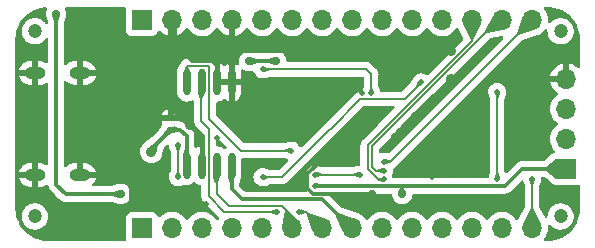
<source format=gbl>
%TF.GenerationSoftware,KiCad,Pcbnew,7.0.9*%
%TF.CreationDate,2024-01-11T23:09:45+08:00*%
%TF.ProjectId,UINIO-MCU-STM32L051K8U6,55494e49-4f2d-44d4-9355-2d53544d3332,Version 3.3.1*%
%TF.SameCoordinates,PX7aae400PY5939cc0*%
%TF.FileFunction,Copper,L2,Bot*%
%TF.FilePolarity,Positive*%
%FSLAX46Y46*%
G04 Gerber Fmt 4.6, Leading zero omitted, Abs format (unit mm)*
G04 Created by KiCad (PCBNEW 7.0.9) date 2024-01-11 23:09:45*
%MOMM*%
%LPD*%
G01*
G04 APERTURE LIST*
G04 Aperture macros list*
%AMRoundRect*
0 Rectangle with rounded corners*
0 $1 Rounding radius*
0 $2 $3 $4 $5 $6 $7 $8 $9 X,Y pos of 4 corners*
0 Add a 4 corners polygon primitive as box body*
4,1,4,$2,$3,$4,$5,$6,$7,$8,$9,$2,$3,0*
0 Add four circle primitives for the rounded corners*
1,1,$1+$1,$2,$3*
1,1,$1+$1,$4,$5*
1,1,$1+$1,$6,$7*
1,1,$1+$1,$8,$9*
0 Add four rect primitives between the rounded corners*
20,1,$1+$1,$2,$3,$4,$5,0*
20,1,$1+$1,$4,$5,$6,$7,0*
20,1,$1+$1,$6,$7,$8,$9,0*
20,1,$1+$1,$8,$9,$2,$3,0*%
G04 Aperture macros list end*
%TA.AperFunction,ComponentPad*%
%ADD10C,1.200000*%
%TD*%
%TA.AperFunction,ComponentPad*%
%ADD11R,1.700000X1.700000*%
%TD*%
%TA.AperFunction,ComponentPad*%
%ADD12O,1.700000X1.700000*%
%TD*%
%TA.AperFunction,ComponentPad*%
%ADD13O,1.800000X1.000000*%
%TD*%
%TA.AperFunction,SMDPad,CuDef*%
%ADD14O,0.630000X2.250000*%
%TD*%
%TA.AperFunction,SMDPad,CuDef*%
%ADD15RoundRect,0.140000X-0.170000X0.140000X-0.170000X-0.140000X0.170000X-0.140000X0.170000X0.140000X0*%
%TD*%
%TA.AperFunction,ViaPad*%
%ADD16C,0.700000*%
%TD*%
%TA.AperFunction,ViaPad*%
%ADD17C,0.500000*%
%TD*%
%TA.AperFunction,ViaPad*%
%ADD18C,0.900000*%
%TD*%
%TA.AperFunction,Conductor*%
%ADD19C,0.300000*%
%TD*%
%TA.AperFunction,Conductor*%
%ADD20C,0.400000*%
%TD*%
%TA.AperFunction,Conductor*%
%ADD21C,0.500000*%
%TD*%
%TA.AperFunction,Conductor*%
%ADD22C,0.200000*%
%TD*%
%TA.AperFunction,Conductor*%
%ADD23C,0.150000*%
%TD*%
G04 APERTURE END LIST*
D10*
%TO.P,Hole3,*%
%TO.N,*%
X-1120000Y-2300000D03*
%TD*%
%TO.P,Hole1,*%
%TO.N,*%
X43390000Y-17980000D03*
%TD*%
D11*
%TO.P,J3,1,Pin_1*%
%TO.N,/VDD_3.3V*%
X43850000Y-13950000D03*
D12*
%TO.P,J3,2,Pin_2*%
%TO.N,/PA13{slash}SWDIO*%
X43850000Y-11410000D03*
%TO.P,J3,3,Pin_3*%
%TO.N,/PA14{slash}SWCLK*%
X43850000Y-8870000D03*
%TO.P,J3,4,Pin_4*%
%TO.N,GND*%
X43850000Y-6330000D03*
%TD*%
D13*
%TO.P,USB1,1,GND*%
%TO.N,GND*%
X2680000Y-5830000D03*
%TO.P,USB1,2,GND*%
X2680000Y-14470000D03*
%TO.P,USB1,3,GND*%
X-1120000Y-5830000D03*
%TO.P,USB1,4,GND*%
X-1120000Y-14470000D03*
%TD*%
D10*
%TO.P,Hole2,*%
%TO.N,*%
X43390000Y-2300000D03*
%TD*%
%TO.P,Hole4,*%
%TO.N,*%
X-1120000Y-17980000D03*
%TD*%
D11*
%TO.P,J2,1,Pin_1*%
%TO.N,/VDD_5V*%
X7950000Y-1340000D03*
D12*
%TO.P,J2,2,Pin_2*%
%TO.N,GND*%
X10490000Y-1340000D03*
%TO.P,J2,3,Pin_3*%
%TO.N,/VDD_3.3V*%
X13030000Y-1340000D03*
%TO.P,J2,4,Pin_4*%
%TO.N,GND*%
X15570000Y-1340000D03*
%TO.P,J2,5,Pin_5*%
%TO.N,/NRST*%
X18110000Y-1340000D03*
%TO.P,J2,6,Pin_6*%
%TO.N,/PB8*%
X20650000Y-1340000D03*
%TO.P,J2,7,Pin_7*%
%TO.N,/PB7*%
X23190000Y-1340000D03*
%TO.P,J2,8,Pin_8*%
%TO.N,/PB6*%
X25730000Y-1340000D03*
%TO.P,J2,9,Pin_9*%
%TO.N,/PB5*%
X28270000Y-1340000D03*
%TO.P,J2,10,Pin_10*%
%TO.N,/PB4*%
X30810000Y-1340000D03*
%TO.P,J2,11,Pin_11*%
%TO.N,/PB3*%
X33350000Y-1340000D03*
%TO.P,J2,12,Pin_12*%
%TO.N,/PB2*%
X35890000Y-1340000D03*
%TO.P,J2,13,Pin_13*%
%TO.N,/PB1*%
X38430000Y-1340000D03*
%TO.P,J2,14,Pin_14*%
%TO.N,/PB0*%
X40970000Y-1340000D03*
%TD*%
D14*
%TO.P,U2,1,CS#*%
%TO.N,/PA4{slash}CS*%
X11725000Y-6620000D03*
%TO.P,U2,2,DO(IO1)*%
%TO.N,/PA6{slash}MISO*%
X12995000Y-6620000D03*
%TO.P,U2,3,WP#(IO2)*%
%TO.N,GND*%
X14265000Y-6620000D03*
%TO.P,U2,4,GND*%
X15535000Y-6620000D03*
%TO.P,U2,5,DI(IO0)*%
%TO.N,/PA7{slash}MOSI*%
X15535000Y-13680000D03*
%TO.P,U2,6,CLK*%
%TO.N,/PA5{slash}SCLK*%
X14265000Y-13680000D03*
%TO.P,U2,7,HOLD#/RESET#/(IO3)*%
%TO.N,GND*%
X12995000Y-13680000D03*
%TO.P,U2,8,VCC*%
%TO.N,/VDD_3.3V*%
X11725000Y-13680000D03*
%TD*%
D15*
%TO.P,C3,1*%
%TO.N,GND*%
X10390000Y-9670000D03*
%TO.P,C3,2*%
%TO.N,/VDD_3.3V*%
X10390000Y-10630000D03*
%TD*%
D11*
%TO.P,J1,1,Pin_1*%
%TO.N,/PA0*%
X7950000Y-18960000D03*
D12*
%TO.P,J1,2,Pin_2*%
%TO.N,/PA1*%
X10490000Y-18960000D03*
%TO.P,J1,3,Pin_3*%
%TO.N,/PA2*%
X13030000Y-18960000D03*
%TO.P,J1,4,Pin_4*%
%TO.N,/PA3*%
X15570000Y-18960000D03*
%TO.P,J1,5,Pin_5*%
%TO.N,/PA4{slash}CS*%
X18110000Y-18960000D03*
%TO.P,J1,6,Pin_6*%
%TO.N,/PA5{slash}SCLK*%
X20650000Y-18960000D03*
%TO.P,J1,7,Pin_7*%
%TO.N,/PA6{slash}MISO*%
X23190000Y-18960000D03*
%TO.P,J1,8,Pin_8*%
%TO.N,/PA7{slash}MOSI*%
X25730000Y-18960000D03*
%TO.P,J1,9,Pin_9*%
%TO.N,/PA8*%
X28270000Y-18960000D03*
%TO.P,J1,10,Pin_10*%
%TO.N,/PA9*%
X30810000Y-18960000D03*
%TO.P,J1,11,Pin_11*%
%TO.N,/PA10*%
X33350000Y-18960000D03*
%TO.P,J1,12,Pin_12*%
%TO.N,/PA11*%
X35890000Y-18960000D03*
%TO.P,J1,13,Pin_13*%
%TO.N,/PA12*%
X38430000Y-18960000D03*
%TO.P,J1,14,Pin_14*%
%TO.N,/PA15*%
X40970000Y-18960000D03*
%TD*%
D16*
%TO.N,GND*%
X7050000Y-17090000D03*
D17*
X13390000Y-16920000D03*
D16*
X27390000Y-16080000D03*
D17*
X36710000Y-16460000D03*
X9800000Y-13740000D03*
X38870000Y-10020000D03*
X42380000Y-16460000D03*
D18*
X34110000Y-6310000D03*
X12010000Y-10240000D03*
D17*
X26534163Y-7570500D03*
X32480000Y-16460000D03*
D16*
X24300000Y-12090000D03*
D17*
X8950000Y-3490000D03*
X39900000Y-16460000D03*
X34520000Y-16460000D03*
X14310000Y-11320000D03*
D16*
X10420000Y-8050000D03*
D18*
X6120000Y-1300000D03*
D17*
X29700000Y-10750000D03*
X32130000Y-3370000D03*
X30120000Y-10310000D03*
X31010000Y-9420000D03*
X30600000Y-9880000D03*
D18*
X28970000Y-3990000D03*
D17*
X28570000Y-5730000D03*
X11330000Y-16920000D03*
X29250000Y-11180000D03*
D18*
X34113602Y-3983602D03*
D17*
X32470000Y-14660000D03*
D16*
%TO.N,/VDD_3.3V*%
X6143000Y-16073000D03*
D17*
X22610000Y-15380000D03*
D16*
X19310000Y-4820500D03*
D18*
X8728000Y-12510000D03*
D16*
X29980000Y-16070000D03*
X17030000Y-4840000D03*
X680000Y-820000D03*
D17*
%TO.N,/BOOT0*%
X31582853Y-6640000D03*
X10980000Y-11930000D03*
X10980000Y-14670000D03*
X18150000Y-14660000D03*
%TO.N,/NRST*%
X27360000Y-7570500D03*
X18160000Y-5530000D03*
%TO.N,/PA4{slash}CS*%
X20590000Y-12400000D03*
X22620000Y-14430000D03*
X26410500Y-14430023D03*
%TO.N,/PA6{slash}MISO*%
X21279500Y-17600000D03*
X19370000Y-17600000D03*
%TO.N,/PA15*%
X38040000Y-14790000D03*
X40980000Y-14790000D03*
X38020000Y-7420000D03*
%TO.N,/PB0*%
X28430000Y-13340000D03*
%TO.N,/PB1*%
X28430000Y-14100000D03*
%TO.N,/PB2*%
X28420000Y-14850000D03*
%TD*%
D19*
%TO.N,GND*%
X10750000Y-3360000D02*
X10750000Y-1820000D01*
X11650000Y-3960000D02*
X15330000Y-3960000D01*
D20*
X34110000Y-6320000D02*
X31010000Y-9420000D01*
D21*
X9590000Y-9670000D02*
X7015000Y-12245000D01*
D19*
X34110000Y-3980000D02*
X28980000Y-3980000D01*
D21*
X7015000Y-12245000D02*
X4985000Y-14275000D01*
D19*
X28980000Y-3980000D02*
X28970000Y-3990000D01*
D21*
X10420000Y-8650000D02*
X12010000Y-10240000D01*
D19*
X22420000Y-16080000D02*
X27390000Y-16080000D01*
X14265000Y-6710000D02*
X14265000Y-5215000D01*
D21*
X10420000Y-8050000D02*
X10420000Y-8650000D01*
D20*
X12995000Y-13770000D02*
X12995000Y-11205000D01*
X29250000Y-11180000D02*
X31010000Y-9420000D01*
D19*
X24252893Y-12090000D02*
X21920000Y-14422893D01*
X15535000Y-5205000D02*
X14710000Y-4380000D01*
D21*
X2680000Y-4740000D02*
X2680000Y-5870000D01*
D19*
X34113602Y-3983602D02*
X34110000Y-3980000D01*
D21*
X11440000Y-9670000D02*
X9590000Y-9670000D01*
D19*
X15510000Y-3960000D02*
X15580000Y-3890000D01*
X21920000Y-14422893D02*
X21920000Y-15580000D01*
X12200000Y-4810000D02*
X10610000Y-3220000D01*
D21*
X7790000Y-5810000D02*
X10380000Y-3220000D01*
D19*
X11770000Y-4380000D02*
X10750000Y-3360000D01*
X15540000Y-3990000D02*
X15510000Y-3960000D01*
X24300000Y-12090000D02*
X24252893Y-12090000D01*
X15580000Y-3890000D02*
X15580000Y-1420000D01*
D21*
X6120000Y-1300000D02*
X2680000Y-4740000D01*
D22*
X34520000Y-16460000D02*
X36710000Y-16460000D01*
D21*
X4985000Y-14275000D02*
X4750000Y-14510000D01*
D19*
X10610000Y-3220000D02*
X10610000Y-1420000D01*
D21*
X3530000Y-5810000D02*
X7790000Y-5810000D01*
D19*
X7050000Y-17090000D02*
X7050000Y-12280000D01*
D21*
X10380000Y-3220000D02*
X10380000Y-1540000D01*
X4750000Y-14510000D02*
X2680000Y-14510000D01*
D20*
X12030000Y-10240000D02*
X12010000Y-10240000D01*
D19*
X14710000Y-4380000D02*
X11770000Y-4380000D01*
D20*
X34110000Y-6310000D02*
X34110000Y-6320000D01*
D19*
X15510000Y-3960000D02*
X15330000Y-3960000D01*
X7050000Y-12280000D02*
X7015000Y-12245000D01*
X10500000Y-1660000D02*
X10500000Y-2810000D01*
X15535000Y-6710000D02*
X15535000Y-5205000D01*
X21920000Y-15580000D02*
X22420000Y-16080000D01*
X13860000Y-4810000D02*
X12200000Y-4810000D01*
X14265000Y-5215000D02*
X13860000Y-4810000D01*
X10500000Y-2810000D02*
X11650000Y-3960000D01*
D20*
X12995000Y-11205000D02*
X12030000Y-10240000D01*
D21*
X12010000Y-10240000D02*
X11440000Y-9670000D01*
D19*
X28970000Y-3990000D02*
X15540000Y-3990000D01*
%TO.N,/VDD_3.3V*%
X29980000Y-16070000D02*
X29980000Y-15380000D01*
X10390000Y-10630000D02*
X11190000Y-10630000D01*
X40130000Y-13950000D02*
X38700000Y-15380000D01*
X8728000Y-12510000D02*
X8728000Y-12272000D01*
X43850000Y-13950000D02*
X40130000Y-13950000D01*
X6143000Y-16073000D02*
X6136000Y-16080000D01*
X29980000Y-15380000D02*
X38700000Y-15380000D01*
D23*
X17049500Y-4820500D02*
X17030000Y-4840000D01*
D19*
X680000Y-15280000D02*
X680000Y-820000D01*
X11725000Y-11165000D02*
X11725000Y-13680000D01*
X1480000Y-16080000D02*
X680000Y-15280000D01*
X22610000Y-15380000D02*
X29980000Y-15380000D01*
X19310000Y-4820500D02*
X17049500Y-4820500D01*
X11190000Y-10630000D02*
X11725000Y-11165000D01*
X8728000Y-12272000D02*
X10370000Y-10630000D01*
X6136000Y-16080000D02*
X1480000Y-16080000D01*
D22*
%TO.N,/BOOT0*%
X26444974Y-8020000D02*
X30210000Y-8020000D01*
X18150000Y-14660000D02*
X19790000Y-14660000D01*
X19790000Y-14660000D02*
X23900000Y-10550000D01*
X23900000Y-10550000D02*
X23914974Y-10550000D01*
X23914974Y-10550000D02*
X26444974Y-8020000D01*
X30210000Y-8020000D02*
X31582853Y-6647147D01*
X31582853Y-6647147D02*
X31582853Y-6640000D01*
X10980000Y-14670000D02*
X10980000Y-11930000D01*
%TO.N,/NRST*%
X27360000Y-5950000D02*
X26940000Y-5530000D01*
X27360000Y-7570500D02*
X27360000Y-5950000D01*
X26940000Y-5530000D02*
X18160000Y-5530000D01*
%TO.N,/PA4{slash}CS*%
X13630000Y-5350000D02*
X13500000Y-5220000D01*
X13500000Y-5220000D02*
X11820000Y-5220000D01*
X11685000Y-5355000D02*
X11685000Y-6365000D01*
X11820000Y-5220000D02*
X11685000Y-5355000D01*
X16340000Y-12400000D02*
X13630000Y-9690000D01*
X26410477Y-14430000D02*
X26410500Y-14430023D01*
X20590000Y-12400000D02*
X16340000Y-12400000D01*
X22620000Y-14430000D02*
X26410477Y-14430000D01*
X13630000Y-9690000D02*
X13630000Y-5350000D01*
%TO.N,/PA5{slash}SCLK*%
X14265000Y-16055000D02*
X15300000Y-17090000D01*
X15300000Y-17090000D02*
X19760000Y-17090000D01*
X20650000Y-17980000D02*
X20650000Y-19040000D01*
X19760000Y-17090000D02*
X20650000Y-17980000D01*
X14265000Y-13770000D02*
X14265000Y-16055000D01*
%TO.N,/PA6{slash}MISO*%
X14910000Y-17600000D02*
X13590000Y-16280000D01*
X13590000Y-10540000D02*
X12955000Y-9905000D01*
X12955000Y-9905000D02*
X12955000Y-6750000D01*
X21830000Y-17600000D02*
X23190000Y-18960000D01*
X21279500Y-17600000D02*
X21830000Y-17600000D01*
X13590000Y-16280000D02*
X13590000Y-10540000D01*
X19370000Y-17600000D02*
X14910000Y-17600000D01*
D19*
%TO.N,/PA7{slash}MOSI*%
X23220000Y-16530000D02*
X25730000Y-19040000D01*
X16380000Y-16530000D02*
X23220000Y-16530000D01*
X15535000Y-15685000D02*
X16380000Y-16530000D01*
X15535000Y-13770000D02*
X15535000Y-15685000D01*
D22*
%TO.N,/PA15*%
X38040000Y-14790000D02*
X38030000Y-14780000D01*
X40970000Y-14800000D02*
X40970000Y-18960000D01*
X38030000Y-7430000D02*
X38020000Y-7420000D01*
X40980000Y-14790000D02*
X40970000Y-14800000D01*
X38030000Y-14780000D02*
X38030000Y-7430000D01*
%TO.N,/PB0*%
X28970000Y-13340000D02*
X40970000Y-1340000D01*
X28430000Y-13340000D02*
X28970000Y-13340000D01*
%TO.N,/PB1*%
X27440000Y-13760000D02*
X27440000Y-12000000D01*
X28430000Y-14100000D02*
X27780000Y-14100000D01*
X27440000Y-12000000D02*
X38100000Y-1340000D01*
X27780000Y-14100000D02*
X27440000Y-13760000D01*
%TO.N,/PB2*%
X35890000Y-3125736D02*
X35890000Y-1340000D01*
X27050000Y-13970708D02*
X27050000Y-11965736D01*
X27929292Y-14850000D02*
X27050000Y-13970708D01*
X28420000Y-14850000D02*
X27929292Y-14850000D01*
X27050000Y-11965736D02*
X35890000Y-3125736D01*
%TD*%
%TA.AperFunction,Conductor*%
%TO.N,GND*%
G36*
X6541282Y-267685D02*
G01*
X6587037Y-320489D01*
X6597532Y-385257D01*
X6591500Y-441348D01*
X6591500Y-2238654D01*
X6598011Y-2299202D01*
X6598011Y-2299204D01*
X6630266Y-2385679D01*
X6649111Y-2436204D01*
X6736739Y-2553261D01*
X6853796Y-2640889D01*
X6916311Y-2664206D01*
X6984538Y-2689654D01*
X6990799Y-2691989D01*
X7018050Y-2694918D01*
X7051345Y-2698499D01*
X7051362Y-2698500D01*
X8848638Y-2698500D01*
X8848654Y-2698499D01*
X8875692Y-2695591D01*
X8909201Y-2691989D01*
X9046204Y-2640889D01*
X9163261Y-2553261D01*
X9250889Y-2436204D01*
X9299223Y-2306615D01*
X9341093Y-2250686D01*
X9406557Y-2226269D01*
X9474830Y-2241121D01*
X9503084Y-2262272D01*
X9618917Y-2378105D01*
X9812421Y-2513600D01*
X10026507Y-2613429D01*
X10026516Y-2613433D01*
X10240000Y-2670634D01*
X10240000Y-1775501D01*
X10347685Y-1824680D01*
X10454237Y-1840000D01*
X10525763Y-1840000D01*
X10632315Y-1824680D01*
X10740000Y-1775501D01*
X10740000Y-2670633D01*
X10953483Y-2613433D01*
X10953492Y-2613429D01*
X11167578Y-2513600D01*
X11361082Y-2378105D01*
X11528105Y-2211082D01*
X11654868Y-2030048D01*
X11709445Y-1986423D01*
X11778944Y-1979231D01*
X11841298Y-2010753D01*
X11860251Y-2033350D01*
X11954276Y-2177265D01*
X11954284Y-2177276D01*
X12073355Y-2306619D01*
X12106760Y-2342906D01*
X12284424Y-2481189D01*
X12284425Y-2481189D01*
X12284427Y-2481191D01*
X12327604Y-2504557D01*
X12482426Y-2588342D01*
X12695365Y-2661444D01*
X12917431Y-2698500D01*
X13142569Y-2698500D01*
X13364635Y-2661444D01*
X13577574Y-2588342D01*
X13775576Y-2481189D01*
X13953240Y-2342906D01*
X14074594Y-2211082D01*
X14105715Y-2177276D01*
X14105715Y-2177275D01*
X14105722Y-2177268D01*
X14199749Y-2033347D01*
X14252894Y-1987994D01*
X14322125Y-1978570D01*
X14385461Y-2008072D01*
X14405130Y-2030048D01*
X14531890Y-2211078D01*
X14698917Y-2378105D01*
X14892421Y-2513600D01*
X15106507Y-2613429D01*
X15106516Y-2613433D01*
X15320000Y-2670634D01*
X15320000Y-1775501D01*
X15427685Y-1824680D01*
X15534237Y-1840000D01*
X15605763Y-1840000D01*
X15712315Y-1824680D01*
X15820000Y-1775501D01*
X15820000Y-2670633D01*
X16033483Y-2613433D01*
X16033492Y-2613429D01*
X16247578Y-2513600D01*
X16441082Y-2378105D01*
X16608105Y-2211082D01*
X16734868Y-2030048D01*
X16789445Y-1986423D01*
X16858944Y-1979231D01*
X16921298Y-2010753D01*
X16940251Y-2033350D01*
X17034276Y-2177265D01*
X17034284Y-2177276D01*
X17153355Y-2306619D01*
X17186760Y-2342906D01*
X17364424Y-2481189D01*
X17364425Y-2481189D01*
X17364427Y-2481191D01*
X17407604Y-2504557D01*
X17562426Y-2588342D01*
X17775365Y-2661444D01*
X17997431Y-2698500D01*
X18222569Y-2698500D01*
X18444635Y-2661444D01*
X18657574Y-2588342D01*
X18855576Y-2481189D01*
X19033240Y-2342906D01*
X19154594Y-2211082D01*
X19185715Y-2177276D01*
X19185715Y-2177275D01*
X19185722Y-2177268D01*
X19276193Y-2038790D01*
X19329338Y-1993437D01*
X19398569Y-1984013D01*
X19461905Y-2013515D01*
X19483804Y-2038787D01*
X19574278Y-2177268D01*
X19574282Y-2177272D01*
X19574283Y-2177273D01*
X19574284Y-2177276D01*
X19693355Y-2306619D01*
X19726760Y-2342906D01*
X19904424Y-2481189D01*
X19904425Y-2481189D01*
X19904427Y-2481191D01*
X19947604Y-2504557D01*
X20102426Y-2588342D01*
X20315365Y-2661444D01*
X20537431Y-2698500D01*
X20762569Y-2698500D01*
X20984635Y-2661444D01*
X21197574Y-2588342D01*
X21395576Y-2481189D01*
X21573240Y-2342906D01*
X21694594Y-2211082D01*
X21725715Y-2177276D01*
X21725715Y-2177275D01*
X21725722Y-2177268D01*
X21816193Y-2038790D01*
X21869338Y-1993437D01*
X21938569Y-1984013D01*
X22001905Y-2013515D01*
X22023804Y-2038787D01*
X22114278Y-2177268D01*
X22114282Y-2177272D01*
X22114283Y-2177273D01*
X22114284Y-2177276D01*
X22233355Y-2306619D01*
X22266760Y-2342906D01*
X22444424Y-2481189D01*
X22444425Y-2481189D01*
X22444427Y-2481191D01*
X22487604Y-2504557D01*
X22642426Y-2588342D01*
X22855365Y-2661444D01*
X23077431Y-2698500D01*
X23302569Y-2698500D01*
X23524635Y-2661444D01*
X23737574Y-2588342D01*
X23935576Y-2481189D01*
X24113240Y-2342906D01*
X24234594Y-2211082D01*
X24265715Y-2177276D01*
X24265715Y-2177275D01*
X24265722Y-2177268D01*
X24356193Y-2038790D01*
X24409338Y-1993437D01*
X24478569Y-1984013D01*
X24541905Y-2013515D01*
X24563804Y-2038787D01*
X24654278Y-2177268D01*
X24654282Y-2177272D01*
X24654283Y-2177273D01*
X24654284Y-2177276D01*
X24773355Y-2306619D01*
X24806760Y-2342906D01*
X24984424Y-2481189D01*
X24984425Y-2481189D01*
X24984427Y-2481191D01*
X25027604Y-2504557D01*
X25182426Y-2588342D01*
X25395365Y-2661444D01*
X25617431Y-2698500D01*
X25842569Y-2698500D01*
X26064635Y-2661444D01*
X26277574Y-2588342D01*
X26475576Y-2481189D01*
X26653240Y-2342906D01*
X26774594Y-2211082D01*
X26805715Y-2177276D01*
X26805715Y-2177275D01*
X26805722Y-2177268D01*
X26896193Y-2038790D01*
X26949338Y-1993437D01*
X27018569Y-1984013D01*
X27081905Y-2013515D01*
X27103804Y-2038787D01*
X27194278Y-2177268D01*
X27194282Y-2177272D01*
X27194283Y-2177273D01*
X27194284Y-2177276D01*
X27313355Y-2306619D01*
X27346760Y-2342906D01*
X27524424Y-2481189D01*
X27524425Y-2481189D01*
X27524427Y-2481191D01*
X27567604Y-2504557D01*
X27722426Y-2588342D01*
X27935365Y-2661444D01*
X28157431Y-2698500D01*
X28382569Y-2698500D01*
X28604635Y-2661444D01*
X28817574Y-2588342D01*
X29015576Y-2481189D01*
X29193240Y-2342906D01*
X29314594Y-2211082D01*
X29345715Y-2177276D01*
X29345715Y-2177275D01*
X29345722Y-2177268D01*
X29436193Y-2038790D01*
X29489338Y-1993437D01*
X29558569Y-1984013D01*
X29621905Y-2013515D01*
X29643804Y-2038787D01*
X29734278Y-2177268D01*
X29734282Y-2177272D01*
X29734283Y-2177273D01*
X29734284Y-2177276D01*
X29853355Y-2306619D01*
X29886760Y-2342906D01*
X30064424Y-2481189D01*
X30064425Y-2481189D01*
X30064427Y-2481191D01*
X30107604Y-2504557D01*
X30262426Y-2588342D01*
X30475365Y-2661444D01*
X30697431Y-2698500D01*
X30922569Y-2698500D01*
X31144635Y-2661444D01*
X31357574Y-2588342D01*
X31555576Y-2481189D01*
X31733240Y-2342906D01*
X31854594Y-2211082D01*
X31885715Y-2177276D01*
X31885715Y-2177275D01*
X31885722Y-2177268D01*
X31976193Y-2038790D01*
X32029338Y-1993437D01*
X32098569Y-1984013D01*
X32161905Y-2013515D01*
X32183804Y-2038787D01*
X32274278Y-2177268D01*
X32274282Y-2177272D01*
X32274283Y-2177273D01*
X32274284Y-2177276D01*
X32393355Y-2306619D01*
X32426760Y-2342906D01*
X32604424Y-2481189D01*
X32604425Y-2481189D01*
X32604427Y-2481191D01*
X32647604Y-2504557D01*
X32802426Y-2588342D01*
X33015365Y-2661444D01*
X33237431Y-2698500D01*
X33462569Y-2698500D01*
X33684635Y-2661444D01*
X33897574Y-2588342D01*
X34095576Y-2481189D01*
X34273240Y-2342906D01*
X34394594Y-2211082D01*
X34425715Y-2177276D01*
X34425715Y-2177275D01*
X34425722Y-2177268D01*
X34511875Y-2045399D01*
X34565020Y-2000046D01*
X34634251Y-1990622D01*
X34697587Y-2020124D01*
X34726656Y-2057901D01*
X35136861Y-2880779D01*
X35142795Y-2892682D01*
X35155087Y-2961462D01*
X35128243Y-3025968D01*
X35119501Y-3035684D01*
X32161354Y-5993832D01*
X32100031Y-6027317D01*
X32030339Y-6022333D01*
X32007701Y-6011144D01*
X31914040Y-5952292D01*
X31752702Y-5895837D01*
X31752697Y-5895836D01*
X31582857Y-5876701D01*
X31582849Y-5876701D01*
X31413008Y-5895836D01*
X31413003Y-5895837D01*
X31251669Y-5952291D01*
X31106944Y-6043228D01*
X30986081Y-6164091D01*
X30895143Y-6308818D01*
X30892125Y-6315086D01*
X30891916Y-6314985D01*
X30888673Y-6321982D01*
X30888914Y-6322102D01*
X30742278Y-6617976D01*
X30718855Y-6650594D01*
X29994270Y-7375181D01*
X29932947Y-7408666D01*
X29906589Y-7411500D01*
X28198742Y-7411500D01*
X28131703Y-7391815D01*
X28085948Y-7339011D01*
X28076538Y-7308530D01*
X28076163Y-7306351D01*
X28076163Y-7306349D01*
X27974534Y-6992599D01*
X27968500Y-6954389D01*
X27968500Y-5993951D01*
X27969031Y-5985850D01*
X27971640Y-5966038D01*
X27973751Y-5950000D01*
X27968948Y-5913521D01*
X27952838Y-5791150D01*
X27952836Y-5791145D01*
X27941686Y-5764227D01*
X27898920Y-5660980D01*
X27891526Y-5643128D01*
X27891523Y-5643123D01*
X27817235Y-5546308D01*
X27817215Y-5546284D01*
X27808280Y-5534640D01*
X27793987Y-5516013D01*
X27793985Y-5516011D01*
X27793984Y-5516010D01*
X27777939Y-5503699D01*
X27765293Y-5493995D01*
X27759203Y-5488654D01*
X27401354Y-5130805D01*
X27396001Y-5124702D01*
X27393216Y-5121073D01*
X27373987Y-5096013D01*
X27373985Y-5096011D01*
X27373984Y-5096010D01*
X27342075Y-5071526D01*
X27342074Y-5071525D01*
X27342072Y-5071523D01*
X27293203Y-5034024D01*
X27246877Y-4998476D01*
X27246873Y-4998474D01*
X27098850Y-4937161D01*
X27079457Y-4934608D01*
X26977704Y-4921212D01*
X26977678Y-4921210D01*
X26940001Y-4916250D01*
X26939999Y-4916250D01*
X26929527Y-4917628D01*
X26904151Y-4920969D01*
X26896054Y-4921500D01*
X20295495Y-4921500D01*
X20228456Y-4901815D01*
X20182701Y-4849011D01*
X20172174Y-4810462D01*
X20159352Y-4688474D01*
X20154365Y-4641025D01*
X20098599Y-4469393D01*
X20008367Y-4313107D01*
X19961071Y-4260579D01*
X19887618Y-4179000D01*
X19887615Y-4178998D01*
X19887614Y-4178997D01*
X19887613Y-4178996D01*
X19768457Y-4092424D01*
X19741614Y-4072921D01*
X19576757Y-3999521D01*
X19576751Y-3999519D01*
X19437751Y-3969974D01*
X19400232Y-3962000D01*
X19219768Y-3962000D01*
X19182249Y-3969974D01*
X19043249Y-3999519D01*
X19043241Y-3999522D01*
X19038554Y-4001609D01*
X19019762Y-4007886D01*
X19019785Y-4007959D01*
X19016891Y-4008845D01*
X19015907Y-4009174D01*
X19015549Y-4009256D01*
X18534553Y-4156564D01*
X18498242Y-4162000D01*
X17830052Y-4162000D01*
X17797319Y-4157602D01*
X17793526Y-4156564D01*
X17315092Y-4025626D01*
X17297397Y-4019307D01*
X17296754Y-4019020D01*
X17296747Y-4019018D01*
X17120232Y-3981500D01*
X16939768Y-3981500D01*
X16908825Y-3988076D01*
X16763248Y-4019019D01*
X16763242Y-4019021D01*
X16598386Y-4092421D01*
X16598381Y-4092424D01*
X16452388Y-4198494D01*
X16452381Y-4198500D01*
X16331632Y-4332608D01*
X16241400Y-4488894D01*
X16185635Y-4660523D01*
X16167822Y-4830000D01*
X16166771Y-4840000D01*
X16184962Y-5013073D01*
X16185626Y-5019385D01*
X16173057Y-5088115D01*
X16125325Y-5139139D01*
X16057585Y-5156257D01*
X15996333Y-5137341D01*
X15890855Y-5071065D01*
X15890851Y-5071063D01*
X15785000Y-5034024D01*
X15785000Y-6370000D01*
X16350000Y-6370000D01*
X16350000Y-5764227D01*
X16349999Y-5764225D01*
X16337675Y-5654842D01*
X16349729Y-5586020D01*
X16397078Y-5534640D01*
X16464688Y-5517016D01*
X16531094Y-5538742D01*
X16533764Y-5540628D01*
X16543813Y-5547929D01*
X16598385Y-5587578D01*
X16763242Y-5660978D01*
X16763248Y-5660980D01*
X16939768Y-5698500D01*
X16939769Y-5698500D01*
X17120231Y-5698500D01*
X17120232Y-5698500D01*
X17288165Y-5662805D01*
X17357830Y-5668121D01*
X17413564Y-5710258D01*
X17430986Y-5743140D01*
X17472291Y-5861184D01*
X17563228Y-6005908D01*
X17563229Y-6005909D01*
X17684091Y-6126771D01*
X17828817Y-6217709D01*
X17956822Y-6262500D01*
X17990150Y-6274162D01*
X17990155Y-6274163D01*
X18159996Y-6293299D01*
X18160000Y-6293299D01*
X18160004Y-6293299D01*
X18329843Y-6274163D01*
X18329843Y-6274162D01*
X18329850Y-6274162D01*
X18386302Y-6254407D01*
X18406209Y-6249250D01*
X18424149Y-6246163D01*
X18737899Y-6144534D01*
X18776110Y-6138500D01*
X26627500Y-6138500D01*
X26694539Y-6158185D01*
X26740294Y-6210989D01*
X26751500Y-6262500D01*
X26751500Y-6954388D01*
X26745466Y-6992599D01*
X26643836Y-7306348D01*
X26639379Y-7321822D01*
X26601908Y-7380794D01*
X26538503Y-7410145D01*
X26520224Y-7411500D01*
X26488919Y-7411500D01*
X26480820Y-7410969D01*
X26444974Y-7406250D01*
X26444970Y-7406250D01*
X26408281Y-7411080D01*
X26408266Y-7411082D01*
X26405091Y-7411500D01*
X26405089Y-7411500D01*
X26286124Y-7427162D01*
X26286123Y-7427162D01*
X26138098Y-7488476D01*
X26136400Y-7489611D01*
X26134868Y-7490955D01*
X26044864Y-7560017D01*
X26044858Y-7560021D01*
X26042902Y-7561523D01*
X26042899Y-7561525D01*
X26023880Y-7576119D01*
X26010984Y-7586015D01*
X25988970Y-7614703D01*
X25983619Y-7620805D01*
X23565166Y-10039258D01*
X23559063Y-10044610D01*
X23523449Y-10071939D01*
X23497929Y-10091522D01*
X23497925Y-10091525D01*
X23495657Y-10093265D01*
X23495653Y-10093268D01*
X23466011Y-10116014D01*
X23443996Y-10144703D01*
X23438645Y-10150805D01*
X21480222Y-12109227D01*
X21418899Y-12142712D01*
X21349207Y-12137728D01*
X21293274Y-12095856D01*
X21281904Y-12074527D01*
X21280732Y-12075092D01*
X21277712Y-12068822D01*
X21267986Y-12053344D01*
X21186771Y-11924091D01*
X21065909Y-11803229D01*
X21065908Y-11803228D01*
X20921183Y-11712291D01*
X20759849Y-11655837D01*
X20759844Y-11655836D01*
X20590004Y-11636701D01*
X20589996Y-11636701D01*
X20420151Y-11655837D01*
X20420150Y-11655837D01*
X20363709Y-11675586D01*
X20343800Y-11680745D01*
X20325857Y-11683834D01*
X20325850Y-11683836D01*
X20012098Y-11785466D01*
X19973887Y-11791500D01*
X16643411Y-11791500D01*
X16576372Y-11771815D01*
X16555730Y-11755181D01*
X14274819Y-9474270D01*
X14241334Y-9412947D01*
X14238500Y-9386589D01*
X14238500Y-8363956D01*
X14258185Y-8296917D01*
X14310989Y-8251162D01*
X14348617Y-8240736D01*
X14447496Y-8229595D01*
X14447509Y-8229592D01*
X14620849Y-8168937D01*
X14776360Y-8071224D01*
X14812319Y-8035266D01*
X14873642Y-8001781D01*
X14943334Y-8006765D01*
X14987681Y-8035266D01*
X15023639Y-8071224D01*
X15179147Y-8168936D01*
X15285000Y-8205974D01*
X15285000Y-6870000D01*
X15785000Y-6870000D01*
X15785000Y-8205973D01*
X15890852Y-8168936D01*
X16046360Y-8071224D01*
X16176224Y-7941360D01*
X16273937Y-7785849D01*
X16334592Y-7612509D01*
X16334595Y-7612496D01*
X16349999Y-7475776D01*
X16350000Y-7475772D01*
X16350000Y-6870000D01*
X15785000Y-6870000D01*
X15285000Y-6870000D01*
X14362500Y-6870000D01*
X14295461Y-6850315D01*
X14249706Y-6797511D01*
X14238500Y-6746000D01*
X14238500Y-6370000D01*
X14515000Y-6370000D01*
X15285000Y-6370000D01*
X15285000Y-5034024D01*
X15284999Y-5034024D01*
X15179148Y-5071063D01*
X15179144Y-5071065D01*
X15023639Y-5168775D01*
X14987681Y-5204734D01*
X14926358Y-5238219D01*
X14856666Y-5233235D01*
X14812319Y-5204734D01*
X14776360Y-5168775D01*
X14620855Y-5071065D01*
X14620851Y-5071063D01*
X14515000Y-5034024D01*
X14515000Y-6370000D01*
X14238500Y-6370000D01*
X14238500Y-5393945D01*
X14239031Y-5385843D01*
X14243750Y-5349999D01*
X14239267Y-5315950D01*
X14238500Y-5310120D01*
X14238500Y-5310115D01*
X14222838Y-5191150D01*
X14222835Y-5191143D01*
X14222822Y-5191108D01*
X14161525Y-5043126D01*
X14161523Y-5043123D01*
X14087235Y-4946308D01*
X14087215Y-4946284D01*
X14067976Y-4921212D01*
X14063987Y-4916013D01*
X14063985Y-4916011D01*
X14063984Y-4916010D01*
X14045484Y-4901815D01*
X14035293Y-4893995D01*
X14029203Y-4888654D01*
X13961354Y-4820805D01*
X13956001Y-4814702D01*
X13952747Y-4810462D01*
X13933987Y-4786013D01*
X13933985Y-4786011D01*
X13933984Y-4786010D01*
X13902075Y-4761526D01*
X13902074Y-4761525D01*
X13902072Y-4761523D01*
X13856728Y-4726729D01*
X13806877Y-4688476D01*
X13806873Y-4688474D01*
X13658850Y-4627161D01*
X13639457Y-4624608D01*
X13537704Y-4611212D01*
X13537678Y-4611210D01*
X13500001Y-4606250D01*
X13499999Y-4606250D01*
X13489527Y-4607628D01*
X13464151Y-4610969D01*
X13456054Y-4611500D01*
X11863946Y-4611500D01*
X11855848Y-4610969D01*
X11830472Y-4607628D01*
X11820001Y-4606250D01*
X11819999Y-4606250D01*
X11782489Y-4611188D01*
X11782460Y-4611190D01*
X11680542Y-4624608D01*
X11661148Y-4627161D01*
X11513126Y-4688474D01*
X11513123Y-4688476D01*
X11419465Y-4760343D01*
X11417929Y-4761522D01*
X11417925Y-4761525D01*
X11417924Y-4761526D01*
X11386010Y-4786015D01*
X11363996Y-4814703D01*
X11358645Y-4820805D01*
X11285801Y-4893649D01*
X11279698Y-4899000D01*
X11251013Y-4921012D01*
X11226522Y-4952929D01*
X11153476Y-5048123D01*
X11094251Y-5191107D01*
X11092162Y-5196148D01*
X11084651Y-5253196D01*
X11069858Y-5297676D01*
X11033282Y-5362876D01*
X11031706Y-5365528D01*
X10978357Y-5450436D01*
X10917065Y-5625596D01*
X10901500Y-5763747D01*
X10901500Y-7476252D01*
X10917065Y-7614403D01*
X10957098Y-7728809D01*
X10978357Y-7789564D01*
X11077088Y-7946693D01*
X11208307Y-8077912D01*
X11365436Y-8176643D01*
X11492799Y-8221209D01*
X11540596Y-8237934D01*
X11724997Y-8258711D01*
X11725000Y-8258711D01*
X11725003Y-8258711D01*
X11909403Y-8237934D01*
X11913733Y-8236419D01*
X12084564Y-8176643D01*
X12156528Y-8131425D01*
X12223764Y-8112425D01*
X12290600Y-8132793D01*
X12335814Y-8186060D01*
X12346500Y-8236419D01*
X12346500Y-9861054D01*
X12345969Y-9869156D01*
X12341250Y-9904998D01*
X12346021Y-9941248D01*
X12346023Y-9941263D01*
X12358839Y-10038609D01*
X12362161Y-10063848D01*
X12362163Y-10063854D01*
X12423473Y-10211871D01*
X12423476Y-10211877D01*
X12461729Y-10261728D01*
X12496523Y-10307072D01*
X12496525Y-10307074D01*
X12496526Y-10307075D01*
X12521012Y-10338986D01*
X12549698Y-10360998D01*
X12555794Y-10366343D01*
X12762174Y-10572723D01*
X12945181Y-10755730D01*
X12978666Y-10817053D01*
X12981500Y-10843411D01*
X12981500Y-11940550D01*
X12961815Y-12007589D01*
X12909011Y-12053344D01*
X12871384Y-12063770D01*
X12812498Y-12070405D01*
X12812495Y-12070405D01*
X12639148Y-12131062D01*
X12573471Y-12172330D01*
X12506234Y-12191330D01*
X12439399Y-12170962D01*
X12394186Y-12117694D01*
X12383500Y-12067336D01*
X12383500Y-11251387D01*
X12385282Y-11235249D01*
X12385054Y-11235228D01*
X12385788Y-11227465D01*
X12383500Y-11154657D01*
X12383500Y-11123574D01*
X12383500Y-11123568D01*
X12382566Y-11116175D01*
X12382107Y-11110347D01*
X12380562Y-11061169D01*
X12374536Y-11040428D01*
X12370590Y-11021377D01*
X12367882Y-10999936D01*
X12349763Y-10954172D01*
X12347876Y-10948665D01*
X12334145Y-10901400D01*
X12323148Y-10882807D01*
X12314591Y-10865340D01*
X12306635Y-10845244D01*
X12277705Y-10805425D01*
X12274495Y-10800539D01*
X12251235Y-10761209D01*
X12249452Y-10758193D01*
X12249450Y-10758191D01*
X12249447Y-10758187D01*
X12234178Y-10742918D01*
X12221541Y-10728122D01*
X12208844Y-10710646D01*
X12208841Y-10710644D01*
X12208841Y-10710643D01*
X12195241Y-10699392D01*
X12170916Y-10679267D01*
X12166595Y-10675335D01*
X11716717Y-10225457D01*
X11706564Y-10212785D01*
X11706388Y-10212931D01*
X11701419Y-10206926D01*
X11701416Y-10206920D01*
X11675754Y-10182822D01*
X11648315Y-10157054D01*
X11626333Y-10135072D01*
X11620439Y-10130501D01*
X11616002Y-10126711D01*
X11580133Y-10093028D01*
X11580131Y-10093026D01*
X11561200Y-10082619D01*
X11544948Y-10071944D01*
X11527868Y-10058696D01*
X11527864Y-10058694D01*
X11482702Y-10039150D01*
X11477455Y-10036580D01*
X11434337Y-10012875D01*
X11434338Y-10012875D01*
X11413411Y-10007502D01*
X11395006Y-10001201D01*
X11375174Y-9992619D01*
X11326569Y-9984921D01*
X11320846Y-9983736D01*
X11265794Y-9969601D01*
X11205756Y-9933864D01*
X11197469Y-9923948D01*
X11194505Y-9920000D01*
X10938430Y-9920000D01*
X10900029Y-9913904D01*
X10780121Y-9874850D01*
X10730895Y-9864179D01*
X10726733Y-9863125D01*
X10662260Y-9844395D01*
X10662247Y-9844393D01*
X10625487Y-9841500D01*
X10625484Y-9841500D01*
X10154516Y-9841500D01*
X10154513Y-9841500D01*
X10117747Y-9844393D01*
X10117741Y-9844394D01*
X9960407Y-9890104D01*
X9960402Y-9890106D01*
X9939054Y-9902732D01*
X9875933Y-9920000D01*
X9585496Y-9920000D01*
X9627968Y-10066195D01*
X9627968Y-10066196D01*
X9635263Y-10078530D01*
X9652446Y-10146254D01*
X9635264Y-10204771D01*
X9620106Y-10230401D01*
X9620105Y-10230404D01*
X9581578Y-10363015D01*
X9568663Y-10392497D01*
X9412664Y-10650950D01*
X9394184Y-10674554D01*
X8813422Y-11255316D01*
X8799251Y-11267497D01*
X8223189Y-11691545D01*
X8208141Y-11701037D01*
X8192912Y-11709178D01*
X8192909Y-11709180D01*
X8139096Y-11753342D01*
X8136520Y-11755344D01*
X8108693Y-11775830D01*
X8093854Y-11787621D01*
X8085343Y-11794911D01*
X8085335Y-11794919D01*
X8075497Y-11805034D01*
X8070385Y-11809732D01*
X8046958Y-11828959D01*
X7927180Y-11974907D01*
X7927176Y-11974914D01*
X7838177Y-12141421D01*
X7783368Y-12322098D01*
X7764862Y-12510000D01*
X7783368Y-12697901D01*
X7838177Y-12878578D01*
X7927176Y-13045085D01*
X7927180Y-13045092D01*
X8046958Y-13191041D01*
X8192907Y-13310819D01*
X8192914Y-13310823D01*
X8354688Y-13397292D01*
X8359423Y-13399823D01*
X8540101Y-13454632D01*
X8728000Y-13473138D01*
X8915899Y-13454632D01*
X9096577Y-13399823D01*
X9263091Y-13310820D01*
X9409041Y-13191041D01*
X9528820Y-13045091D01*
X9617823Y-12878577D01*
X9643071Y-12795342D01*
X9644589Y-12790943D01*
X9644649Y-12790786D01*
X9647207Y-12784185D01*
X9649117Y-12775901D01*
X9650186Y-12771888D01*
X9672632Y-12697899D01*
X9676354Y-12660089D01*
X9677642Y-12652239D01*
X9681745Y-12634452D01*
X9789169Y-12168750D01*
X9822313Y-12108945D01*
X10012814Y-11918444D01*
X10074135Y-11884961D01*
X10143827Y-11889945D01*
X10199760Y-11931817D01*
X10223713Y-11992243D01*
X10235837Y-12099847D01*
X10235837Y-12099849D01*
X10235838Y-12099850D01*
X10247820Y-12134095D01*
X10255586Y-12156288D01*
X10260746Y-12176203D01*
X10263835Y-12194147D01*
X10263835Y-12194149D01*
X10365466Y-12507900D01*
X10371500Y-12546111D01*
X10371500Y-14053888D01*
X10365466Y-14092099D01*
X10263836Y-14405849D01*
X10254518Y-14438194D01*
X10253477Y-14443535D01*
X10253090Y-14443459D01*
X10248463Y-14464066D01*
X10235838Y-14500149D01*
X10235836Y-14500156D01*
X10216701Y-14669996D01*
X10216701Y-14670003D01*
X10235836Y-14839844D01*
X10235837Y-14839849D01*
X10292291Y-15001183D01*
X10376945Y-15135909D01*
X10383229Y-15145909D01*
X10504091Y-15266771D01*
X10648817Y-15357709D01*
X10781572Y-15404162D01*
X10810150Y-15414162D01*
X10810155Y-15414163D01*
X10979996Y-15433299D01*
X10980000Y-15433299D01*
X10980004Y-15433299D01*
X11149844Y-15414163D01*
X11149846Y-15414162D01*
X11149850Y-15414162D01*
X11149853Y-15414160D01*
X11149857Y-15414160D01*
X11234873Y-15384411D01*
X11311183Y-15357709D01*
X11403782Y-15299523D01*
X11471019Y-15280523D01*
X11510710Y-15287476D01*
X11540597Y-15297934D01*
X11724997Y-15318711D01*
X11725000Y-15318711D01*
X11725003Y-15318711D01*
X11909403Y-15297934D01*
X11909406Y-15297933D01*
X12084564Y-15236643D01*
X12241693Y-15137912D01*
X12278329Y-15101276D01*
X12339652Y-15067791D01*
X12409344Y-15072775D01*
X12453691Y-15101276D01*
X12483639Y-15131224D01*
X12639146Y-15228935D01*
X12812498Y-15289593D01*
X12871381Y-15296227D01*
X12935795Y-15323293D01*
X12975352Y-15380887D01*
X12981500Y-15419448D01*
X12981500Y-16236054D01*
X12980969Y-16244151D01*
X12977628Y-16269527D01*
X12976250Y-16279999D01*
X12976250Y-16280001D01*
X12981210Y-16317678D01*
X12981212Y-16317699D01*
X12989581Y-16381268D01*
X12997162Y-16438850D01*
X12997163Y-16438854D01*
X13058473Y-16586871D01*
X13058476Y-16586877D01*
X13096729Y-16636728D01*
X13131523Y-16682072D01*
X13131525Y-16682074D01*
X13156013Y-16713987D01*
X13172011Y-16726263D01*
X13184698Y-16735998D01*
X13190794Y-16741343D01*
X13843398Y-17393946D01*
X14448645Y-17999193D01*
X14454000Y-18005299D01*
X14463692Y-18017930D01*
X14488883Y-18083100D01*
X14474843Y-18151545D01*
X14469122Y-18161234D01*
X14403808Y-18261205D01*
X14350662Y-18306562D01*
X14281430Y-18315986D01*
X14218094Y-18286484D01*
X14196191Y-18261206D01*
X14105722Y-18122732D01*
X14105717Y-18122727D01*
X14105715Y-18122723D01*
X13953243Y-17957097D01*
X13953238Y-17957092D01*
X13815525Y-17849905D01*
X13775576Y-17818811D01*
X13775575Y-17818810D01*
X13775572Y-17818808D01*
X13577580Y-17711661D01*
X13577577Y-17711659D01*
X13577574Y-17711658D01*
X13577571Y-17711657D01*
X13577569Y-17711656D01*
X13364637Y-17638556D01*
X13142569Y-17601500D01*
X12917431Y-17601500D01*
X12695362Y-17638556D01*
X12482430Y-17711656D01*
X12482419Y-17711661D01*
X12284427Y-17818808D01*
X12284422Y-17818812D01*
X12106761Y-17957092D01*
X12106756Y-17957097D01*
X11954284Y-18122723D01*
X11954276Y-18122734D01*
X11863808Y-18261206D01*
X11810662Y-18306562D01*
X11741431Y-18315986D01*
X11678095Y-18286484D01*
X11656192Y-18261206D01*
X11565723Y-18122734D01*
X11565715Y-18122723D01*
X11413243Y-17957097D01*
X11413238Y-17957092D01*
X11275525Y-17849905D01*
X11235576Y-17818811D01*
X11235575Y-17818810D01*
X11235572Y-17818808D01*
X11037580Y-17711661D01*
X11037577Y-17711659D01*
X11037574Y-17711658D01*
X11037571Y-17711657D01*
X11037569Y-17711656D01*
X10824637Y-17638556D01*
X10602569Y-17601500D01*
X10377431Y-17601500D01*
X10155362Y-17638556D01*
X9942430Y-17711656D01*
X9942419Y-17711661D01*
X9744427Y-17818808D01*
X9744422Y-17818812D01*
X9566761Y-17957092D01*
X9503548Y-18025760D01*
X9443661Y-18061750D01*
X9373823Y-18059649D01*
X9316207Y-18020124D01*
X9296138Y-17985110D01*
X9250889Y-17863796D01*
X9217214Y-17818812D01*
X9163261Y-17746739D01*
X9046204Y-17659111D01*
X8909203Y-17608011D01*
X8848654Y-17601500D01*
X8848638Y-17601500D01*
X7051362Y-17601500D01*
X7051345Y-17601500D01*
X6990797Y-17608011D01*
X6990795Y-17608011D01*
X6853795Y-17659111D01*
X6736739Y-17746739D01*
X6649111Y-17863795D01*
X6598011Y-18000795D01*
X6598011Y-18000797D01*
X6591500Y-18061345D01*
X6591500Y-19858651D01*
X6597532Y-19914743D01*
X6585128Y-19983503D01*
X6537518Y-20034641D01*
X6474243Y-20052000D01*
X-23258Y-20052000D01*
X-26735Y-20051902D01*
X-329368Y-20034907D01*
X-336282Y-20034128D01*
X-633384Y-19983647D01*
X-640168Y-19982099D01*
X-929757Y-19898670D01*
X-936324Y-19896372D01*
X-1175577Y-19797271D01*
X-1214747Y-19781046D01*
X-1221012Y-19778029D01*
X-1484772Y-19632253D01*
X-1490664Y-19628551D01*
X-1736442Y-19454162D01*
X-1741883Y-19449824D01*
X-1966592Y-19249011D01*
X-1971512Y-19244091D01*
X-2172325Y-19019382D01*
X-2176663Y-19013941D01*
X-2351052Y-18768163D01*
X-2354754Y-18762271D01*
X-2448055Y-18593457D01*
X-2500534Y-18498502D01*
X-2503544Y-18492254D01*
X-2618874Y-18213820D01*
X-2621171Y-18207256D01*
X-2686641Y-17980003D01*
X-2233249Y-17980003D01*
X-2226193Y-18056158D01*
X-2225999Y-18058927D01*
X-2222209Y-18138470D01*
X-2222208Y-18138475D01*
X-2218445Y-18153986D01*
X-2215479Y-18171774D01*
X-2214295Y-18184557D01*
X-2192128Y-18262465D01*
X-2172299Y-18344201D01*
X-2172298Y-18344206D01*
X-2167109Y-18355568D01*
X-2160641Y-18373134D01*
X-2158078Y-18382141D01*
X-2158072Y-18382157D01*
X-2120589Y-18457431D01*
X-2084361Y-18536762D01*
X-2084353Y-18536776D01*
X-2079121Y-18544123D01*
X-2069132Y-18560771D01*
X-2066504Y-18566048D01*
X-2066502Y-18566052D01*
X-2048118Y-18590396D01*
X-2013957Y-18635632D01*
X-1986910Y-18673614D01*
X-1961555Y-18709220D01*
X-1957541Y-18713047D01*
X-1944163Y-18728057D01*
X-1942708Y-18729983D01*
X-1942700Y-18729993D01*
X-1875961Y-18790833D01*
X-1808353Y-18855297D01*
X-1808352Y-18855298D01*
X-1808350Y-18855299D01*
X-1808346Y-18855303D01*
X-1806602Y-18856424D01*
X-1795481Y-18864970D01*
X-1795456Y-18864938D01*
X-1790881Y-18868393D01*
X-1768974Y-18881957D01*
X-1711446Y-18917577D01*
X-1630254Y-18969756D01*
X-1630252Y-18969757D01*
X-1625000Y-18972465D01*
X-1625034Y-18972529D01*
X-1621512Y-18974308D01*
X-1621350Y-18973984D01*
X-1616227Y-18976534D01*
X-1616218Y-18976540D01*
X-1526218Y-19011405D01*
X-1433721Y-19048436D01*
X-1433483Y-19048482D01*
X-1428248Y-19049729D01*
X-1424664Y-19050748D01*
X-1424662Y-19050748D01*
X-1424655Y-19050751D01*
X-1326771Y-19069048D01*
X-1304098Y-19073418D01*
X-1225855Y-19088499D01*
X-1225854Y-19088499D01*
X-1225849Y-19088500D01*
X-1225844Y-19088500D01*
X-1017284Y-19088500D01*
X-1017282Y-19088500D01*
X-967868Y-19079262D01*
X-962425Y-19078494D01*
X-909261Y-19073419D01*
X-864332Y-19060225D01*
X-858280Y-19058776D01*
X-815345Y-19050751D01*
X-765440Y-19031417D01*
X-760513Y-19029743D01*
X-716383Y-19016785D01*
X-706138Y-19013777D01*
X-667456Y-18993834D01*
X-661450Y-18991131D01*
X-623782Y-18976540D01*
X-575474Y-18946627D01*
X-571252Y-18944236D01*
X-517974Y-18916771D01*
X-486344Y-18891896D01*
X-480664Y-18887923D01*
X-449118Y-18868392D01*
X-404690Y-18827889D01*
X-401279Y-18825000D01*
X-351568Y-18785908D01*
X-327373Y-18757984D01*
X-322292Y-18752774D01*
X-297299Y-18729991D01*
X-259107Y-18679414D01*
X-256486Y-18676177D01*
X-247284Y-18665558D01*
X-212935Y-18625918D01*
X-196103Y-18596761D01*
X-191889Y-18590403D01*
X-173497Y-18566050D01*
X-143779Y-18506366D01*
X-141978Y-18503014D01*
X-135759Y-18492242D01*
X-107087Y-18442582D01*
X-97154Y-18413881D01*
X-94075Y-18406547D01*
X-81926Y-18382152D01*
X-62776Y-18314842D01*
X-61752Y-18311593D01*
X-37847Y-18242527D01*
X-33994Y-18215722D01*
X-32262Y-18207597D01*
X-25706Y-18184559D01*
X-18949Y-18111636D01*
X-18584Y-18108550D01*
X-14326Y-18078937D01*
X-7719Y-18032984D01*
X-8851Y-18009236D01*
X-8658Y-18000564D01*
X-6751Y-17980000D01*
X-13809Y-17903839D01*
X-14004Y-17901067D01*
X-16441Y-17849905D01*
X-17792Y-17821526D01*
X-21559Y-17806002D01*
X-24522Y-17788229D01*
X-25706Y-17775441D01*
X-47873Y-17697534D01*
X-67702Y-17615796D01*
X-72893Y-17604430D01*
X-79364Y-17586853D01*
X-81924Y-17577856D01*
X-81926Y-17577848D01*
X-119412Y-17502568D01*
X-140229Y-17456985D01*
X-155646Y-17423225D01*
X-160879Y-17415877D01*
X-170871Y-17399224D01*
X-173497Y-17393950D01*
X-226044Y-17324367D01*
X-278441Y-17250785D01*
X-278446Y-17250780D01*
X-282454Y-17246958D01*
X-295847Y-17231931D01*
X-297292Y-17230018D01*
X-297294Y-17230016D01*
X-297299Y-17230009D01*
X-328017Y-17202006D01*
X-364041Y-17169165D01*
X-431657Y-17104694D01*
X-433399Y-17103575D01*
X-444520Y-17095029D01*
X-444544Y-17095062D01*
X-449120Y-17091606D01*
X-487094Y-17068094D01*
X-528555Y-17042422D01*
X-573761Y-17013370D01*
X-609740Y-16990247D01*
X-615001Y-16987535D01*
X-614968Y-16987470D01*
X-618488Y-16985692D01*
X-618649Y-16986016D01*
X-623778Y-16983462D01*
X-623781Y-16983461D01*
X-623782Y-16983460D01*
X-713783Y-16948594D01*
X-763975Y-16928500D01*
X-806273Y-16911566D01*
X-806286Y-16911562D01*
X-806530Y-16911515D01*
X-811743Y-16910273D01*
X-815333Y-16909252D01*
X-815342Y-16909250D01*
X-815345Y-16909249D01*
X-913230Y-16890951D01*
X-966251Y-16880732D01*
X-1014150Y-16871500D01*
X-1014151Y-16871500D01*
X-1017282Y-16871500D01*
X-1222718Y-16871500D01*
X-1222724Y-16871500D01*
X-1272115Y-16880732D01*
X-1277614Y-16881507D01*
X-1330735Y-16886580D01*
X-1330739Y-16886580D01*
X-1330739Y-16886581D01*
X-1345622Y-16890951D01*
X-1375652Y-16899768D01*
X-1381729Y-16901224D01*
X-1424649Y-16909247D01*
X-1424662Y-16909250D01*
X-1474562Y-16928582D01*
X-1479491Y-16930257D01*
X-1533860Y-16946222D01*
X-1572541Y-16966162D01*
X-1578555Y-16968868D01*
X-1616219Y-16983460D01*
X-1616220Y-16983460D01*
X-1664526Y-17013370D01*
X-1668755Y-17015764D01*
X-1722023Y-17043226D01*
X-1753646Y-17068094D01*
X-1759335Y-17072073D01*
X-1790884Y-17091609D01*
X-1835292Y-17132091D01*
X-1838734Y-17135006D01*
X-1888435Y-17174093D01*
X-1912623Y-17202006D01*
X-1917710Y-17207224D01*
X-1942699Y-17230006D01*
X-1980889Y-17280576D01*
X-1983509Y-17283813D01*
X-2027064Y-17334079D01*
X-2043896Y-17363233D01*
X-2048116Y-17369601D01*
X-2066504Y-17393951D01*
X-2066509Y-17393960D01*
X-2096219Y-17453622D01*
X-2098024Y-17456985D01*
X-2132912Y-17517415D01*
X-2142842Y-17546103D01*
X-2145933Y-17553463D01*
X-2158072Y-17577842D01*
X-2158077Y-17577856D01*
X-2177218Y-17645128D01*
X-2178261Y-17648437D01*
X-2202154Y-17717475D01*
X-2206006Y-17744258D01*
X-2207742Y-17752404D01*
X-2214294Y-17775437D01*
X-2221051Y-17848351D01*
X-2221418Y-17851453D01*
X-2232281Y-17927010D01*
X-2232281Y-17927015D01*
X-2231151Y-17950769D01*
X-2231345Y-17959445D01*
X-2233249Y-17980003D01*
X-2686641Y-17980003D01*
X-2704600Y-17917667D01*
X-2706148Y-17910883D01*
X-2721792Y-17818811D01*
X-2756631Y-17613769D01*
X-2757407Y-17606876D01*
X-2768133Y-17415877D01*
X-2774402Y-17304235D01*
X-2774500Y-17300758D01*
X-2774500Y-2999241D01*
X-2774402Y-2995764D01*
X-2765204Y-2831962D01*
X-2757407Y-2693121D01*
X-2756631Y-2686232D01*
X-2706148Y-2389115D01*
X-2704600Y-2382332D01*
X-2693242Y-2342907D01*
X-2621170Y-2092737D01*
X-2618877Y-2086185D01*
X-2503541Y-1807738D01*
X-2500538Y-1801503D01*
X-2354752Y-1537723D01*
X-2351056Y-1531842D01*
X-2189012Y-1303462D01*
X-2176663Y-1286058D01*
X-2172331Y-1280624D01*
X-1971510Y-1055905D01*
X-1966592Y-1050988D01*
X-1741876Y-850169D01*
X-1736442Y-845837D01*
X-1638612Y-776423D01*
X-1490658Y-671444D01*
X-1484777Y-667748D01*
X-1220997Y-521962D01*
X-1214762Y-518959D01*
X-936315Y-403623D01*
X-929763Y-401330D01*
X-640164Y-317899D01*
X-633384Y-316352D01*
X-611343Y-312607D01*
X-336268Y-265869D01*
X-329379Y-265093D01*
X-208634Y-258312D01*
X-140597Y-274207D01*
X-91953Y-324362D01*
X-78148Y-392854D01*
X-94294Y-444115D01*
X-108599Y-468893D01*
X-164365Y-640523D01*
X-167615Y-671448D01*
X-183229Y-820000D01*
X-164365Y-999475D01*
X-140321Y-1073478D01*
X-138206Y-1079985D01*
X-133614Y-1099227D01*
X-131245Y-1114445D01*
X838Y-1545729D01*
X1648Y-1615594D01*
X-35443Y-1674806D01*
X-98658Y-1704565D01*
X-167927Y-1695424D01*
X-216677Y-1656770D01*
X-220921Y-1651151D01*
X-226044Y-1644367D01*
X-278441Y-1570785D01*
X-278446Y-1570780D01*
X-282454Y-1566958D01*
X-295847Y-1551931D01*
X-297292Y-1550018D01*
X-297294Y-1550016D01*
X-297299Y-1550009D01*
X-330460Y-1519779D01*
X-364041Y-1489165D01*
X-431657Y-1424694D01*
X-433399Y-1423575D01*
X-444520Y-1415029D01*
X-444544Y-1415062D01*
X-449120Y-1411606D01*
X-487094Y-1388094D01*
X-528555Y-1362422D01*
X-573761Y-1333370D01*
X-609740Y-1310247D01*
X-615001Y-1307535D01*
X-614968Y-1307470D01*
X-618488Y-1305692D01*
X-618649Y-1306016D01*
X-623778Y-1303462D01*
X-623781Y-1303461D01*
X-623782Y-1303460D01*
X-713783Y-1268594D01*
X-763770Y-1248582D01*
X-806273Y-1231566D01*
X-806286Y-1231562D01*
X-806530Y-1231515D01*
X-811743Y-1230273D01*
X-815333Y-1229252D01*
X-815342Y-1229250D01*
X-815345Y-1229249D01*
X-913230Y-1210951D01*
X-966251Y-1200732D01*
X-1014150Y-1191500D01*
X-1014151Y-1191500D01*
X-1017282Y-1191500D01*
X-1222718Y-1191500D01*
X-1222724Y-1191500D01*
X-1272115Y-1200732D01*
X-1277614Y-1201507D01*
X-1330735Y-1206580D01*
X-1330739Y-1206580D01*
X-1330739Y-1206581D01*
X-1345622Y-1210951D01*
X-1375652Y-1219768D01*
X-1381729Y-1221224D01*
X-1424649Y-1229247D01*
X-1424662Y-1229250D01*
X-1474562Y-1248582D01*
X-1479491Y-1250257D01*
X-1533860Y-1266222D01*
X-1572541Y-1286162D01*
X-1578555Y-1288868D01*
X-1616219Y-1303460D01*
X-1616220Y-1303460D01*
X-1664526Y-1333370D01*
X-1668755Y-1335764D01*
X-1722023Y-1363226D01*
X-1753646Y-1388094D01*
X-1759335Y-1392073D01*
X-1790884Y-1411609D01*
X-1835292Y-1452091D01*
X-1838734Y-1455006D01*
X-1888435Y-1494093D01*
X-1912623Y-1522006D01*
X-1917710Y-1527224D01*
X-1942699Y-1550006D01*
X-1980889Y-1600576D01*
X-1983509Y-1603813D01*
X-2027064Y-1654079D01*
X-2043896Y-1683233D01*
X-2048116Y-1689601D01*
X-2066504Y-1713951D01*
X-2066509Y-1713960D01*
X-2096219Y-1773622D01*
X-2098024Y-1776985D01*
X-2132912Y-1837415D01*
X-2142842Y-1866103D01*
X-2145933Y-1873463D01*
X-2158072Y-1897842D01*
X-2158077Y-1897856D01*
X-2177218Y-1965128D01*
X-2178261Y-1968437D01*
X-2202154Y-2037475D01*
X-2206006Y-2064258D01*
X-2207742Y-2072404D01*
X-2214294Y-2095437D01*
X-2221051Y-2168351D01*
X-2221418Y-2171453D01*
X-2232281Y-2247010D01*
X-2232281Y-2247015D01*
X-2231151Y-2270769D01*
X-2231345Y-2279445D01*
X-2233249Y-2300003D01*
X-2226193Y-2376158D01*
X-2225999Y-2378927D01*
X-2222209Y-2458470D01*
X-2222208Y-2458475D01*
X-2218445Y-2473986D01*
X-2215479Y-2491774D01*
X-2214295Y-2504557D01*
X-2192128Y-2582465D01*
X-2172299Y-2664201D01*
X-2172298Y-2664206D01*
X-2167109Y-2675568D01*
X-2160641Y-2693134D01*
X-2158078Y-2702141D01*
X-2158072Y-2702157D01*
X-2120589Y-2777431D01*
X-2084361Y-2856762D01*
X-2084353Y-2856776D01*
X-2079121Y-2864123D01*
X-2069132Y-2880771D01*
X-2066504Y-2886048D01*
X-2066502Y-2886052D01*
X-2065847Y-2886919D01*
X-2013957Y-2955632D01*
X-1983961Y-2997755D01*
X-1961555Y-3029220D01*
X-1957541Y-3033047D01*
X-1944163Y-3048057D01*
X-1942708Y-3049983D01*
X-1942700Y-3049993D01*
X-1875961Y-3110833D01*
X-1808353Y-3175297D01*
X-1808352Y-3175298D01*
X-1808350Y-3175299D01*
X-1808346Y-3175303D01*
X-1806602Y-3176424D01*
X-1795481Y-3184970D01*
X-1795456Y-3184938D01*
X-1790881Y-3188393D01*
X-1768974Y-3201957D01*
X-1711446Y-3237577D01*
X-1630254Y-3289756D01*
X-1630252Y-3289757D01*
X-1625000Y-3292465D01*
X-1625034Y-3292529D01*
X-1621512Y-3294308D01*
X-1621350Y-3293984D01*
X-1616227Y-3296534D01*
X-1616218Y-3296540D01*
X-1526218Y-3331405D01*
X-1433721Y-3368436D01*
X-1433483Y-3368482D01*
X-1428248Y-3369729D01*
X-1424664Y-3370748D01*
X-1424662Y-3370748D01*
X-1424655Y-3370751D01*
X-1326771Y-3389048D01*
X-1304098Y-3393418D01*
X-1225855Y-3408499D01*
X-1225854Y-3408499D01*
X-1225849Y-3408500D01*
X-1225844Y-3408500D01*
X-1017284Y-3408500D01*
X-1017282Y-3408500D01*
X-967868Y-3399262D01*
X-962425Y-3398494D01*
X-909261Y-3393419D01*
X-864332Y-3380225D01*
X-858280Y-3378776D01*
X-815345Y-3370751D01*
X-765440Y-3351417D01*
X-760513Y-3349743D01*
X-722397Y-3338550D01*
X-706138Y-3333777D01*
X-667456Y-3313834D01*
X-661450Y-3311131D01*
X-623782Y-3296540D01*
X-575474Y-3266627D01*
X-571252Y-3264236D01*
X-517974Y-3236771D01*
X-486344Y-3211896D01*
X-480664Y-3207923D01*
X-449118Y-3188392D01*
X-404690Y-3147889D01*
X-401279Y-3145000D01*
X-351568Y-3105908D01*
X-327373Y-3077984D01*
X-322292Y-3072774D01*
X-297299Y-3049991D01*
X-259107Y-2999414D01*
X-256486Y-2996177D01*
X-256128Y-2995764D01*
X-212935Y-2945918D01*
X-209888Y-2940640D01*
X-159323Y-2892424D01*
X-90717Y-2879199D01*
X-25851Y-2905165D01*
X14679Y-2962078D01*
X21500Y-3002638D01*
X21500Y-4890335D01*
X1815Y-4957374D01*
X-50989Y-5003129D01*
X-120147Y-5013073D01*
X-173337Y-4992110D01*
X-232196Y-4951143D01*
X-419093Y-4870940D01*
X-618310Y-4830000D01*
X-870000Y-4830000D01*
X-870000Y-5530000D01*
X-1370000Y-5530000D01*
X-1370000Y-4830000D01*
X-1570713Y-4830000D01*
X-1722339Y-4845418D01*
X-1916382Y-4906299D01*
X-1916392Y-4906304D01*
X-2094216Y-5005005D01*
X-2094217Y-5005005D01*
X-2248531Y-5137478D01*
X-2248532Y-5137479D01*
X-2373019Y-5298304D01*
X-2462589Y-5480906D01*
X-2488246Y-5580000D01*
X-1686111Y-5580000D01*
X-1725610Y-5604457D01*
X-1793201Y-5693962D01*
X-1823895Y-5801840D01*
X-1813546Y-5913521D01*
X-1763552Y-6013922D01*
X-1691069Y-6080000D01*
X-2493366Y-6080000D01*
X-2493069Y-6081946D01*
X-2493067Y-6081952D01*
X-2422438Y-6272657D01*
X-2422435Y-6272664D01*
X-2314851Y-6445267D01*
X-2174736Y-6592668D01*
X-2174734Y-6592669D01*
X-2007805Y-6708856D01*
X-1820908Y-6789059D01*
X-1621690Y-6830000D01*
X-1370000Y-6830000D01*
X-1370000Y-6130000D01*
X-870000Y-6130000D01*
X-870000Y-6830000D01*
X-669287Y-6830000D01*
X-517662Y-6814581D01*
X-323619Y-6753700D01*
X-323609Y-6753695D01*
X-162678Y-6664371D01*
X-94509Y-6649048D01*
X-28878Y-6673011D01*
X13379Y-6728654D01*
X21500Y-6772790D01*
X21500Y-13530335D01*
X1815Y-13597374D01*
X-50989Y-13643129D01*
X-120147Y-13653073D01*
X-173337Y-13632110D01*
X-232196Y-13591143D01*
X-419093Y-13510940D01*
X-618310Y-13470000D01*
X-870000Y-13470000D01*
X-870000Y-14170000D01*
X-1370000Y-14170000D01*
X-1370000Y-13470000D01*
X-1570713Y-13470000D01*
X-1722339Y-13485418D01*
X-1916382Y-13546299D01*
X-1916392Y-13546304D01*
X-2094216Y-13645005D01*
X-2094217Y-13645005D01*
X-2248531Y-13777478D01*
X-2248532Y-13777479D01*
X-2373019Y-13938304D01*
X-2462589Y-14120906D01*
X-2488246Y-14220000D01*
X-1686111Y-14220000D01*
X-1725610Y-14244457D01*
X-1793201Y-14333962D01*
X-1823895Y-14441840D01*
X-1813546Y-14553521D01*
X-1763552Y-14653922D01*
X-1691069Y-14720000D01*
X-2493366Y-14720000D01*
X-2493069Y-14721946D01*
X-2493067Y-14721952D01*
X-2422438Y-14912657D01*
X-2422435Y-14912664D01*
X-2314851Y-15085267D01*
X-2174736Y-15232668D01*
X-2174734Y-15232669D01*
X-2007805Y-15348856D01*
X-1820908Y-15429059D01*
X-1621690Y-15470000D01*
X-1370000Y-15470000D01*
X-1370000Y-14770000D01*
X-870000Y-14770000D01*
X-870000Y-15470000D01*
X-669287Y-15470000D01*
X-517662Y-15454581D01*
X-323619Y-15393700D01*
X-323609Y-15393695D01*
X-157182Y-15301320D01*
X-89014Y-15285997D01*
X-23382Y-15309960D01*
X18875Y-15365603D01*
X21775Y-15376485D01*
X22263Y-15376344D01*
X30464Y-15404577D01*
X34407Y-15423618D01*
X37116Y-15445053D01*
X37117Y-15445057D01*
X37118Y-15445064D01*
X53284Y-15485897D01*
X55234Y-15490822D01*
X57125Y-15496348D01*
X70854Y-15543598D01*
X81850Y-15562191D01*
X90410Y-15579665D01*
X98363Y-15599754D01*
X127289Y-15639565D01*
X130490Y-15644437D01*
X155547Y-15686807D01*
X155551Y-15686811D01*
X170821Y-15702081D01*
X183458Y-15716876D01*
X196159Y-15734357D01*
X234072Y-15765721D01*
X238383Y-15769643D01*
X618277Y-16149537D01*
X953280Y-16484540D01*
X963430Y-16497208D01*
X963606Y-16497064D01*
X968580Y-16503076D01*
X1021685Y-16552946D01*
X1043661Y-16574922D01*
X1049551Y-16579491D01*
X1053994Y-16583286D01*
X1089864Y-16616970D01*
X1089866Y-16616971D01*
X1089867Y-16616972D01*
X1108803Y-16627382D01*
X1125049Y-16638053D01*
X1142132Y-16651304D01*
X1142137Y-16651306D01*
X1187296Y-16670848D01*
X1192544Y-16673420D01*
X1224234Y-16690840D01*
X1235663Y-16697124D01*
X1251823Y-16701272D01*
X1256583Y-16702495D01*
X1274986Y-16708795D01*
X1294824Y-16717380D01*
X1331960Y-16723261D01*
X1343431Y-16725078D01*
X1349146Y-16726261D01*
X1396812Y-16738500D01*
X1418419Y-16738500D01*
X1437816Y-16740026D01*
X1459152Y-16743406D01*
X1508144Y-16738774D01*
X1513981Y-16738500D01*
X5335471Y-16738500D01*
X5370514Y-16743555D01*
X5838761Y-16881507D01*
X5853880Y-16885961D01*
X5855160Y-16886301D01*
X5873720Y-16892854D01*
X5876248Y-16893980D01*
X6052768Y-16931500D01*
X6052769Y-16931500D01*
X6233231Y-16931500D01*
X6233232Y-16931500D01*
X6409752Y-16893980D01*
X6409754Y-16893978D01*
X6409757Y-16893978D01*
X6465288Y-16869253D01*
X6574615Y-16820578D01*
X6720613Y-16714504D01*
X6721080Y-16713986D01*
X6759921Y-16670848D01*
X6841367Y-16580393D01*
X6931599Y-16424107D01*
X6987365Y-16252475D01*
X7006229Y-16073000D01*
X6987365Y-15893525D01*
X6931599Y-15721893D01*
X6841367Y-15565607D01*
X6779006Y-15496348D01*
X6720618Y-15431500D01*
X6720615Y-15431498D01*
X6720614Y-15431497D01*
X6720613Y-15431496D01*
X6619053Y-15357708D01*
X6574614Y-15325421D01*
X6409757Y-15252021D01*
X6409751Y-15252019D01*
X6247520Y-15217537D01*
X6233232Y-15214500D01*
X6052768Y-15214500D01*
X6034232Y-15218440D01*
X5876246Y-15252020D01*
X5876242Y-15252021D01*
X5868683Y-15255387D01*
X5846733Y-15262009D01*
X5846903Y-15262710D01*
X5842600Y-15263752D01*
X5367129Y-15415621D01*
X5329401Y-15421500D01*
X3841665Y-15421500D01*
X3774626Y-15401815D01*
X3728871Y-15349011D01*
X3718927Y-15279853D01*
X3747952Y-15216297D01*
X3760896Y-15203413D01*
X3808531Y-15162520D01*
X3933018Y-15001695D01*
X4022588Y-14819093D01*
X4048246Y-14720000D01*
X3246111Y-14720000D01*
X3285610Y-14695543D01*
X3353201Y-14606038D01*
X3383895Y-14498160D01*
X3373546Y-14386479D01*
X3323552Y-14286078D01*
X3251069Y-14220000D01*
X4053366Y-14220000D01*
X4053068Y-14218053D01*
X4053066Y-14218047D01*
X3982437Y-14027342D01*
X3982434Y-14027335D01*
X3874850Y-13854732D01*
X3734735Y-13707331D01*
X3734733Y-13707330D01*
X3567804Y-13591143D01*
X3380907Y-13510940D01*
X3181690Y-13470000D01*
X2930000Y-13470000D01*
X2930000Y-14170000D01*
X2430000Y-14170000D01*
X2430000Y-13470000D01*
X2229287Y-13470000D01*
X2077661Y-13485418D01*
X1883618Y-13546299D01*
X1883608Y-13546304D01*
X1705784Y-13645005D01*
X1705783Y-13645005D01*
X1546697Y-13781576D01*
X1545688Y-13780401D01*
X1491916Y-13811555D01*
X1422120Y-13808336D01*
X1365145Y-13767894D01*
X1339079Y-13703068D01*
X1338500Y-13691095D01*
X1338500Y-9420000D01*
X9585496Y-9420000D01*
X10140000Y-9420000D01*
X10140000Y-8891210D01*
X10139999Y-8891209D01*
X10640000Y-8891209D01*
X10640000Y-9420000D01*
X11194504Y-9420000D01*
X11152031Y-9273804D01*
X11069721Y-9134625D01*
X11069714Y-9134616D01*
X10955383Y-9020285D01*
X10955374Y-9020278D01*
X10816195Y-8937968D01*
X10816190Y-8937966D01*
X10660918Y-8892855D01*
X10660912Y-8892854D01*
X10640000Y-8891209D01*
X10139999Y-8891209D01*
X10119087Y-8892854D01*
X10119081Y-8892855D01*
X9963809Y-8937966D01*
X9963804Y-8937968D01*
X9824625Y-9020278D01*
X9824616Y-9020285D01*
X9710285Y-9134616D01*
X9710278Y-9134625D01*
X9627968Y-9273804D01*
X9585496Y-9420000D01*
X1338500Y-9420000D01*
X1338500Y-6601419D01*
X1358185Y-6534380D01*
X1410989Y-6488625D01*
X1480147Y-6478681D01*
X1543703Y-6507706D01*
X1552374Y-6515987D01*
X1625265Y-6592668D01*
X1625266Y-6592669D01*
X1792195Y-6708856D01*
X1979092Y-6789059D01*
X2178310Y-6830000D01*
X2430000Y-6830000D01*
X2430000Y-6130000D01*
X2930000Y-6130000D01*
X2930000Y-6830000D01*
X3130713Y-6830000D01*
X3282338Y-6814581D01*
X3476381Y-6753700D01*
X3476391Y-6753695D01*
X3654215Y-6654994D01*
X3654216Y-6654994D01*
X3808530Y-6522521D01*
X3808531Y-6522520D01*
X3933018Y-6361695D01*
X4022588Y-6179093D01*
X4048246Y-6080000D01*
X3246111Y-6080000D01*
X3285610Y-6055543D01*
X3353201Y-5966038D01*
X3383895Y-5858160D01*
X3373546Y-5746479D01*
X3323552Y-5646078D01*
X3251069Y-5580000D01*
X4053366Y-5580000D01*
X4053068Y-5578053D01*
X4053066Y-5578047D01*
X3982437Y-5387342D01*
X3982434Y-5387335D01*
X3874850Y-5214732D01*
X3734735Y-5067331D01*
X3734733Y-5067330D01*
X3567804Y-4951143D01*
X3380907Y-4870940D01*
X3181690Y-4830000D01*
X2930000Y-4830000D01*
X2930000Y-5530000D01*
X2430000Y-5530000D01*
X2430000Y-4830000D01*
X2229287Y-4830000D01*
X2077661Y-4845418D01*
X1883618Y-4906299D01*
X1883608Y-4906304D01*
X1705784Y-5005005D01*
X1705783Y-5005005D01*
X1546697Y-5141576D01*
X1545688Y-5140401D01*
X1491916Y-5171555D01*
X1422120Y-5168336D01*
X1365145Y-5127894D01*
X1339079Y-5063068D01*
X1338500Y-5051095D01*
X1338500Y-1631755D01*
X1343936Y-1595444D01*
X1343988Y-1595276D01*
X1491243Y-1114446D01*
X1499137Y-1085719D01*
X1499138Y-1085707D01*
X1500102Y-1080480D01*
X1500358Y-1080527D01*
X1504507Y-1060590D01*
X1524365Y-999475D01*
X1543229Y-820000D01*
X1524365Y-640525D01*
X1468599Y-468893D01*
X1448452Y-433998D01*
X1431980Y-366100D01*
X1454832Y-300073D01*
X1509753Y-256883D01*
X1555840Y-248000D01*
X6474243Y-248000D01*
X6541282Y-267685D01*
G37*
%TD.AperFunction*%
%TA.AperFunction,Conductor*%
G36*
X41982255Y-14628185D02*
G01*
X41994044Y-14636781D01*
X42132565Y-14750857D01*
X42665369Y-15189637D01*
X42689154Y-15208082D01*
X42706208Y-15217123D01*
X42722432Y-15227410D01*
X42734763Y-15236641D01*
X42753794Y-15250888D01*
X42753795Y-15250888D01*
X42753796Y-15250889D01*
X42804288Y-15269721D01*
X42811675Y-15273040D01*
X42818286Y-15276546D01*
X42825709Y-15279211D01*
X42825714Y-15279212D01*
X42825716Y-15279213D01*
X42837167Y-15282281D01*
X42842745Y-15284065D01*
X42890799Y-15301989D01*
X42907779Y-15303814D01*
X42951345Y-15308499D01*
X42951362Y-15308500D01*
X44748638Y-15308500D01*
X44748654Y-15308499D01*
X44809201Y-15301989D01*
X44815810Y-15299524D01*
X44877166Y-15276638D01*
X44946856Y-15271653D01*
X45008180Y-15305137D01*
X45041666Y-15366460D01*
X45044500Y-15392820D01*
X45044500Y-17300758D01*
X45044402Y-17304235D01*
X45027407Y-17606867D01*
X45026628Y-17613781D01*
X44976147Y-17910883D01*
X44974599Y-17917667D01*
X44891170Y-18207256D01*
X44888872Y-18213823D01*
X44773548Y-18492242D01*
X44770529Y-18498511D01*
X44624753Y-18762271D01*
X44621051Y-18768163D01*
X44446662Y-19013941D01*
X44442324Y-19019382D01*
X44241511Y-19244091D01*
X44236591Y-19249011D01*
X44011882Y-19449824D01*
X44006441Y-19454162D01*
X43760663Y-19628551D01*
X43754771Y-19632253D01*
X43491011Y-19778029D01*
X43484742Y-19781048D01*
X43206323Y-19896372D01*
X43199756Y-19898670D01*
X42910167Y-19982099D01*
X42903383Y-19983647D01*
X42606281Y-20034128D01*
X42599367Y-20034907D01*
X42296735Y-20051902D01*
X42293258Y-20052000D01*
X42093916Y-20052000D01*
X42026877Y-20032315D01*
X41981122Y-19979511D01*
X41971178Y-19910353D01*
X42000203Y-19846797D01*
X42002686Y-19844017D01*
X42013675Y-19832080D01*
X42045722Y-19797268D01*
X42168860Y-19608791D01*
X42259296Y-19402616D01*
X42314564Y-19184368D01*
X42323273Y-19079267D01*
X42333156Y-18960005D01*
X42333156Y-18959994D01*
X42318568Y-18783953D01*
X42332649Y-18715517D01*
X42381494Y-18665558D01*
X42449595Y-18649937D01*
X42515330Y-18673614D01*
X42543147Y-18701781D01*
X42548441Y-18709215D01*
X42548445Y-18709220D01*
X42552459Y-18713047D01*
X42565837Y-18728057D01*
X42567292Y-18729983D01*
X42567300Y-18729993D01*
X42634039Y-18790833D01*
X42701647Y-18855297D01*
X42701648Y-18855298D01*
X42701650Y-18855299D01*
X42701654Y-18855303D01*
X42703398Y-18856424D01*
X42714519Y-18864970D01*
X42714544Y-18864938D01*
X42719119Y-18868393D01*
X42741026Y-18881957D01*
X42798554Y-18917577D01*
X42879746Y-18969756D01*
X42879748Y-18969757D01*
X42885000Y-18972465D01*
X42884966Y-18972529D01*
X42888488Y-18974308D01*
X42888650Y-18973984D01*
X42893773Y-18976534D01*
X42893782Y-18976540D01*
X42983782Y-19011405D01*
X43076279Y-19048436D01*
X43076517Y-19048482D01*
X43081752Y-19049729D01*
X43085336Y-19050748D01*
X43085338Y-19050748D01*
X43085345Y-19050751D01*
X43183229Y-19069048D01*
X43205902Y-19073418D01*
X43284145Y-19088499D01*
X43284146Y-19088499D01*
X43284151Y-19088500D01*
X43284156Y-19088500D01*
X43492716Y-19088500D01*
X43492718Y-19088500D01*
X43542132Y-19079262D01*
X43547575Y-19078494D01*
X43600739Y-19073419D01*
X43645668Y-19060225D01*
X43651720Y-19058776D01*
X43694655Y-19050751D01*
X43744560Y-19031417D01*
X43749487Y-19029743D01*
X43793617Y-19016785D01*
X43803862Y-19013777D01*
X43842544Y-18993834D01*
X43848550Y-18991131D01*
X43886218Y-18976540D01*
X43934526Y-18946627D01*
X43938748Y-18944236D01*
X43992026Y-18916771D01*
X44023656Y-18891896D01*
X44029336Y-18887923D01*
X44060882Y-18868392D01*
X44105310Y-18827889D01*
X44108721Y-18825000D01*
X44158432Y-18785908D01*
X44182627Y-18757984D01*
X44187708Y-18752774D01*
X44212701Y-18729991D01*
X44250893Y-18679414D01*
X44253514Y-18676177D01*
X44262716Y-18665558D01*
X44297065Y-18625918D01*
X44313897Y-18596761D01*
X44318111Y-18590403D01*
X44336503Y-18566050D01*
X44366221Y-18506366D01*
X44368022Y-18503014D01*
X44374241Y-18492242D01*
X44402913Y-18442582D01*
X44412846Y-18413881D01*
X44415925Y-18406547D01*
X44428074Y-18382152D01*
X44447224Y-18314842D01*
X44448248Y-18311593D01*
X44472153Y-18242527D01*
X44476006Y-18215722D01*
X44477738Y-18207597D01*
X44484294Y-18184559D01*
X44491051Y-18111636D01*
X44491416Y-18108550D01*
X44495674Y-18078937D01*
X44502281Y-18032984D01*
X44501149Y-18009236D01*
X44501342Y-18000564D01*
X44503249Y-17980000D01*
X44496191Y-17903839D01*
X44495996Y-17901067D01*
X44493559Y-17849905D01*
X44492208Y-17821526D01*
X44488441Y-17806002D01*
X44485478Y-17788229D01*
X44484294Y-17775441D01*
X44462127Y-17697534D01*
X44442298Y-17615796D01*
X44437107Y-17604430D01*
X44430636Y-17586853D01*
X44428076Y-17577856D01*
X44428074Y-17577848D01*
X44390588Y-17502568D01*
X44369771Y-17456985D01*
X44354354Y-17423225D01*
X44349121Y-17415877D01*
X44339129Y-17399224D01*
X44336503Y-17393950D01*
X44283956Y-17324367D01*
X44231559Y-17250785D01*
X44231554Y-17250780D01*
X44227546Y-17246958D01*
X44214153Y-17231931D01*
X44212708Y-17230018D01*
X44212706Y-17230016D01*
X44212701Y-17230009D01*
X44181983Y-17202006D01*
X44145959Y-17169165D01*
X44078343Y-17104694D01*
X44076601Y-17103575D01*
X44065480Y-17095029D01*
X44065456Y-17095062D01*
X44060880Y-17091606D01*
X44022906Y-17068094D01*
X43981445Y-17042422D01*
X43936239Y-17013370D01*
X43900260Y-16990247D01*
X43894999Y-16987535D01*
X43895032Y-16987470D01*
X43891512Y-16985692D01*
X43891351Y-16986016D01*
X43886222Y-16983462D01*
X43886219Y-16983461D01*
X43886218Y-16983460D01*
X43796217Y-16948594D01*
X43746025Y-16928500D01*
X43703727Y-16911566D01*
X43703714Y-16911562D01*
X43703470Y-16911515D01*
X43698257Y-16910273D01*
X43694667Y-16909252D01*
X43694658Y-16909250D01*
X43694655Y-16909249D01*
X43596770Y-16890951D01*
X43543749Y-16880732D01*
X43495850Y-16871500D01*
X43495849Y-16871500D01*
X43492718Y-16871500D01*
X43287282Y-16871500D01*
X43287276Y-16871500D01*
X43237885Y-16880732D01*
X43232386Y-16881507D01*
X43179265Y-16886580D01*
X43179261Y-16886580D01*
X43179261Y-16886581D01*
X43164378Y-16890951D01*
X43134348Y-16899768D01*
X43128271Y-16901224D01*
X43085351Y-16909247D01*
X43085338Y-16909250D01*
X43035438Y-16928582D01*
X43030509Y-16930257D01*
X42976140Y-16946222D01*
X42937459Y-16966162D01*
X42931445Y-16968868D01*
X42893781Y-16983460D01*
X42893780Y-16983460D01*
X42845474Y-17013370D01*
X42841245Y-17015764D01*
X42787977Y-17043226D01*
X42756354Y-17068094D01*
X42750665Y-17072073D01*
X42719116Y-17091609D01*
X42674708Y-17132091D01*
X42671266Y-17135006D01*
X42621565Y-17174093D01*
X42597377Y-17202006D01*
X42592290Y-17207224D01*
X42567301Y-17230006D01*
X42529111Y-17280576D01*
X42526491Y-17283813D01*
X42482936Y-17334079D01*
X42466104Y-17363233D01*
X42461884Y-17369601D01*
X42443496Y-17393951D01*
X42443491Y-17393960D01*
X42413781Y-17453622D01*
X42411976Y-17456985D01*
X42377088Y-17517415D01*
X42367158Y-17546103D01*
X42364067Y-17553463D01*
X42351928Y-17577842D01*
X42351923Y-17577856D01*
X42332782Y-17645128D01*
X42331739Y-17648437D01*
X42307846Y-17717475D01*
X42303994Y-17744258D01*
X42302258Y-17752404D01*
X42295706Y-17775437D01*
X42288949Y-17848351D01*
X42288582Y-17851453D01*
X42277719Y-17927010D01*
X42277719Y-17927015D01*
X42278849Y-17950769D01*
X42278655Y-17959445D01*
X42276751Y-17980003D01*
X42276751Y-17980007D01*
X42278197Y-17995618D01*
X42264780Y-18064187D01*
X42216421Y-18114618D01*
X42148475Y-18130897D01*
X42082513Y-18107858D01*
X42043753Y-18062380D01*
X41591523Y-17155197D01*
X41578500Y-17099880D01*
X41578500Y-15410731D01*
X41585475Y-15369729D01*
X41691939Y-15065872D01*
X41703618Y-15027888D01*
X41703668Y-15027459D01*
X41704135Y-15025432D01*
X41704780Y-15022373D01*
X41704838Y-15022385D01*
X41709782Y-15000941D01*
X41724162Y-14959850D01*
X41727584Y-14929480D01*
X41743299Y-14790003D01*
X41743299Y-14789996D01*
X41738385Y-14746383D01*
X41750439Y-14677562D01*
X41797789Y-14626182D01*
X41861605Y-14608500D01*
X41915216Y-14608500D01*
X41982255Y-14628185D01*
G37*
%TD.AperFunction*%
%TA.AperFunction,Conductor*%
G36*
X40179306Y-14934464D02*
G01*
X40235240Y-14976336D01*
X40258593Y-15032197D01*
X40260311Y-15043617D01*
X40352086Y-15348856D01*
X40356249Y-15362700D01*
X40361500Y-15398404D01*
X40361500Y-17099880D01*
X40348475Y-17155201D01*
X39806657Y-18242096D01*
X39759132Y-18293312D01*
X39691461Y-18310703D01*
X39625130Y-18288748D01*
X39591874Y-18254597D01*
X39531883Y-18162775D01*
X39505722Y-18122732D01*
X39505719Y-18122729D01*
X39505715Y-18122723D01*
X39353243Y-17957097D01*
X39353238Y-17957092D01*
X39215525Y-17849905D01*
X39175576Y-17818811D01*
X39175575Y-17818810D01*
X39175572Y-17818808D01*
X38977580Y-17711661D01*
X38977577Y-17711659D01*
X38977574Y-17711658D01*
X38977571Y-17711657D01*
X38977569Y-17711656D01*
X38764637Y-17638556D01*
X38542569Y-17601500D01*
X38317431Y-17601500D01*
X38095362Y-17638556D01*
X37882430Y-17711656D01*
X37882419Y-17711661D01*
X37684427Y-17818808D01*
X37684422Y-17818812D01*
X37506761Y-17957092D01*
X37506756Y-17957097D01*
X37354284Y-18122723D01*
X37354276Y-18122734D01*
X37263808Y-18261206D01*
X37210662Y-18306562D01*
X37141431Y-18315986D01*
X37078095Y-18286484D01*
X37056192Y-18261206D01*
X36965723Y-18122734D01*
X36965715Y-18122723D01*
X36813243Y-17957097D01*
X36813238Y-17957092D01*
X36675525Y-17849905D01*
X36635576Y-17818811D01*
X36635575Y-17818810D01*
X36635572Y-17818808D01*
X36437580Y-17711661D01*
X36437577Y-17711659D01*
X36437574Y-17711658D01*
X36437571Y-17711657D01*
X36437569Y-17711656D01*
X36224637Y-17638556D01*
X36002569Y-17601500D01*
X35777431Y-17601500D01*
X35555362Y-17638556D01*
X35342430Y-17711656D01*
X35342419Y-17711661D01*
X35144427Y-17818808D01*
X35144422Y-17818812D01*
X34966761Y-17957092D01*
X34966756Y-17957097D01*
X34814284Y-18122723D01*
X34814276Y-18122734D01*
X34723808Y-18261206D01*
X34670662Y-18306562D01*
X34601431Y-18315986D01*
X34538095Y-18286484D01*
X34516192Y-18261206D01*
X34425723Y-18122734D01*
X34425715Y-18122723D01*
X34273243Y-17957097D01*
X34273238Y-17957092D01*
X34135525Y-17849905D01*
X34095576Y-17818811D01*
X34095575Y-17818810D01*
X34095572Y-17818808D01*
X33897580Y-17711661D01*
X33897577Y-17711659D01*
X33897574Y-17711658D01*
X33897571Y-17711657D01*
X33897569Y-17711656D01*
X33684637Y-17638556D01*
X33462569Y-17601500D01*
X33237431Y-17601500D01*
X33015362Y-17638556D01*
X32802430Y-17711656D01*
X32802419Y-17711661D01*
X32604427Y-17818808D01*
X32604422Y-17818812D01*
X32426761Y-17957092D01*
X32426756Y-17957097D01*
X32274284Y-18122723D01*
X32274276Y-18122734D01*
X32183808Y-18261206D01*
X32130662Y-18306562D01*
X32061431Y-18315986D01*
X31998095Y-18286484D01*
X31976192Y-18261206D01*
X31885723Y-18122734D01*
X31885715Y-18122723D01*
X31733243Y-17957097D01*
X31733238Y-17957092D01*
X31595525Y-17849905D01*
X31555576Y-17818811D01*
X31555575Y-17818810D01*
X31555572Y-17818808D01*
X31357580Y-17711661D01*
X31357577Y-17711659D01*
X31357574Y-17711658D01*
X31357571Y-17711657D01*
X31357569Y-17711656D01*
X31144637Y-17638556D01*
X30922569Y-17601500D01*
X30697431Y-17601500D01*
X30475362Y-17638556D01*
X30262430Y-17711656D01*
X30262419Y-17711661D01*
X30064427Y-17818808D01*
X30064422Y-17818812D01*
X29886761Y-17957092D01*
X29886756Y-17957097D01*
X29734284Y-18122723D01*
X29734276Y-18122734D01*
X29643808Y-18261206D01*
X29590662Y-18306562D01*
X29521431Y-18315986D01*
X29458095Y-18286484D01*
X29436192Y-18261206D01*
X29345723Y-18122734D01*
X29345715Y-18122723D01*
X29193243Y-17957097D01*
X29193238Y-17957092D01*
X29055525Y-17849905D01*
X29015576Y-17818811D01*
X29015575Y-17818810D01*
X29015572Y-17818808D01*
X28817580Y-17711661D01*
X28817577Y-17711659D01*
X28817574Y-17711658D01*
X28817571Y-17711657D01*
X28817569Y-17711656D01*
X28604637Y-17638556D01*
X28382569Y-17601500D01*
X28157431Y-17601500D01*
X27935362Y-17638556D01*
X27722430Y-17711656D01*
X27722419Y-17711661D01*
X27524427Y-17818808D01*
X27524422Y-17818812D01*
X27346761Y-17957092D01*
X27346756Y-17957097D01*
X27194284Y-18122723D01*
X27194276Y-18122734D01*
X27103808Y-18261206D01*
X27050662Y-18306562D01*
X26981431Y-18315986D01*
X26918095Y-18286484D01*
X26896192Y-18261206D01*
X26805723Y-18122734D01*
X26805715Y-18122723D01*
X26653243Y-17957097D01*
X26653238Y-17957092D01*
X26515525Y-17849905D01*
X26475576Y-17818811D01*
X26475575Y-17818810D01*
X26475572Y-17818808D01*
X26277580Y-17711661D01*
X26277577Y-17711659D01*
X26277574Y-17711658D01*
X26277571Y-17711657D01*
X26277569Y-17711656D01*
X26228482Y-17694804D01*
X26221159Y-17691754D01*
X26202776Y-17682677D01*
X24895878Y-17255637D01*
X24846711Y-17225451D01*
X23871441Y-16250181D01*
X23837956Y-16188858D01*
X23842940Y-16119166D01*
X23884812Y-16063233D01*
X23950276Y-16038816D01*
X23959122Y-16038500D01*
X29001810Y-16038500D01*
X29068849Y-16058185D01*
X29114604Y-16110989D01*
X29125131Y-16149537D01*
X29135635Y-16249477D01*
X29191400Y-16421105D01*
X29191401Y-16421107D01*
X29281633Y-16577393D01*
X29317268Y-16616970D01*
X29402381Y-16711499D01*
X29402384Y-16711501D01*
X29402387Y-16711504D01*
X29548385Y-16817578D01*
X29713242Y-16890978D01*
X29713248Y-16890980D01*
X29889768Y-16928500D01*
X29889769Y-16928500D01*
X30070231Y-16928500D01*
X30070232Y-16928500D01*
X30246752Y-16890980D01*
X30246754Y-16890978D01*
X30246757Y-16890978D01*
X30302288Y-16866253D01*
X30411615Y-16817578D01*
X30557613Y-16711504D01*
X30563540Y-16704922D01*
X30591904Y-16673420D01*
X30678367Y-16577393D01*
X30768599Y-16421107D01*
X30824365Y-16249475D01*
X30834869Y-16149536D01*
X30861454Y-16084923D01*
X30918752Y-16044939D01*
X30958190Y-16038500D01*
X38613609Y-16038500D01*
X38629746Y-16040281D01*
X38629768Y-16040054D01*
X38637534Y-16040788D01*
X38637536Y-16040787D01*
X38637537Y-16040788D01*
X38710342Y-16038500D01*
X38741432Y-16038500D01*
X38748823Y-16037566D01*
X38754651Y-16037107D01*
X38803831Y-16035562D01*
X38824583Y-16029532D01*
X38843621Y-16025590D01*
X38865064Y-16022882D01*
X38910834Y-16004760D01*
X38916348Y-16002873D01*
X38942875Y-15995165D01*
X38963600Y-15989145D01*
X38982196Y-15978146D01*
X38999664Y-15969589D01*
X39019756Y-15961635D01*
X39059582Y-15932698D01*
X39064441Y-15929506D01*
X39106807Y-15904453D01*
X39122090Y-15889168D01*
X39136873Y-15876542D01*
X39154357Y-15863841D01*
X39185732Y-15825913D01*
X39189646Y-15821612D01*
X40048294Y-14962963D01*
X40109615Y-14929480D01*
X40179306Y-14934464D01*
G37*
%TD.AperFunction*%
%TA.AperFunction,Conductor*%
G36*
X29294364Y-8648185D02*
G01*
X29340119Y-8700989D01*
X29350063Y-8770147D01*
X29321038Y-8833703D01*
X29315006Y-8840179D01*
X27955350Y-10199836D01*
X26650801Y-11504385D01*
X26644698Y-11509736D01*
X26616013Y-11531748D01*
X26591522Y-11563665D01*
X26518476Y-11658859D01*
X26518474Y-11658861D01*
X26458676Y-11803231D01*
X26457162Y-11806883D01*
X26457161Y-11806888D01*
X26440957Y-11929977D01*
X26440955Y-11929990D01*
X26436250Y-11965736D01*
X26440969Y-12001579D01*
X26441500Y-12009681D01*
X26441500Y-13552417D01*
X26421815Y-13619456D01*
X26369011Y-13665211D01*
X26331384Y-13675637D01*
X26240650Y-13685860D01*
X26184230Y-13705602D01*
X26164308Y-13710763D01*
X26146386Y-13713847D01*
X26146379Y-13713849D01*
X26146376Y-13713849D01*
X26146375Y-13713850D01*
X26049273Y-13745298D01*
X25832607Y-13815468D01*
X25794402Y-13821500D01*
X23236112Y-13821500D01*
X23197901Y-13815466D01*
X23069847Y-13773987D01*
X22884149Y-13713836D01*
X22873481Y-13710763D01*
X22851808Y-13704519D01*
X22846465Y-13703477D01*
X22846540Y-13703090D01*
X22825933Y-13698463D01*
X22804874Y-13691095D01*
X22789850Y-13685838D01*
X22789848Y-13685837D01*
X22789843Y-13685836D01*
X22620004Y-13666701D01*
X22619996Y-13666701D01*
X22450155Y-13685836D01*
X22450150Y-13685837D01*
X22288816Y-13742291D01*
X22144091Y-13833228D01*
X22023228Y-13954091D01*
X21932291Y-14098816D01*
X21875837Y-14260150D01*
X21875836Y-14260155D01*
X21856701Y-14429996D01*
X21856701Y-14430003D01*
X21875836Y-14599844D01*
X21875837Y-14599849D01*
X21932291Y-14761184D01*
X21976204Y-14831071D01*
X21995204Y-14898308D01*
X21976204Y-14963015D01*
X21922291Y-15048815D01*
X21865837Y-15210150D01*
X21865836Y-15210155D01*
X21846701Y-15379996D01*
X21846701Y-15380003D01*
X21865836Y-15549844D01*
X21865837Y-15549849D01*
X21920668Y-15706545D01*
X21924229Y-15776324D01*
X21889500Y-15836952D01*
X21827507Y-15869179D01*
X21803626Y-15871500D01*
X16704121Y-15871500D01*
X16637082Y-15851815D01*
X16616440Y-15835181D01*
X16229819Y-15448559D01*
X16196334Y-15387236D01*
X16193500Y-15360878D01*
X16193500Y-15224666D01*
X16197994Y-15191586D01*
X16212852Y-15137912D01*
X16250699Y-15001183D01*
X16319992Y-14750857D01*
X16320098Y-14750470D01*
X16320099Y-14750467D01*
X16320607Y-14746467D01*
X16326575Y-14721150D01*
X16342933Y-14674406D01*
X16343430Y-14670000D01*
X16350636Y-14606038D01*
X16358500Y-14536248D01*
X16358500Y-13132500D01*
X16378185Y-13065461D01*
X16430989Y-13019706D01*
X16482500Y-13008500D01*
X19973889Y-13008500D01*
X20012100Y-13014534D01*
X20244516Y-13089817D01*
X20302226Y-13129202D01*
X20329483Y-13193536D01*
X20317631Y-13262393D01*
X20293985Y-13295464D01*
X19574270Y-14015181D01*
X19512947Y-14048666D01*
X19486589Y-14051500D01*
X18766112Y-14051500D01*
X18727901Y-14045466D01*
X18501995Y-13972291D01*
X18414149Y-13943836D01*
X18404982Y-13941195D01*
X18381808Y-13934519D01*
X18376465Y-13933477D01*
X18376540Y-13933090D01*
X18355933Y-13928463D01*
X18335515Y-13921319D01*
X18319850Y-13915838D01*
X18319848Y-13915837D01*
X18319843Y-13915836D01*
X18150004Y-13896701D01*
X18149996Y-13896701D01*
X17980155Y-13915836D01*
X17980150Y-13915837D01*
X17818816Y-13972291D01*
X17674091Y-14063228D01*
X17553228Y-14184091D01*
X17462291Y-14328816D01*
X17405837Y-14490150D01*
X17405836Y-14490155D01*
X17386701Y-14659996D01*
X17386701Y-14660003D01*
X17405836Y-14829844D01*
X17405837Y-14829849D01*
X17462291Y-14991183D01*
X17542275Y-15118477D01*
X17553229Y-15135909D01*
X17674091Y-15256771D01*
X17818817Y-15347709D01*
X17963695Y-15398404D01*
X17980150Y-15404162D01*
X17980155Y-15404163D01*
X18149996Y-15423299D01*
X18150000Y-15423299D01*
X18150004Y-15423299D01*
X18319843Y-15404163D01*
X18319843Y-15404162D01*
X18319850Y-15404162D01*
X18376302Y-15384407D01*
X18396209Y-15379250D01*
X18414149Y-15376163D01*
X18721687Y-15276546D01*
X18727899Y-15274534D01*
X18766110Y-15268500D01*
X19746054Y-15268500D01*
X19754151Y-15269030D01*
X19774071Y-15271653D01*
X19789999Y-15273750D01*
X19790000Y-15273750D01*
X19790001Y-15273750D01*
X19814209Y-15270563D01*
X19827961Y-15268752D01*
X19827974Y-15268751D01*
X19829881Y-15268500D01*
X19829885Y-15268500D01*
X19918974Y-15256771D01*
X19929457Y-15255391D01*
X19948851Y-15252838D01*
X19997543Y-15232669D01*
X20096876Y-15191524D01*
X20192072Y-15118477D01*
X20192073Y-15118475D01*
X20200164Y-15112267D01*
X20200171Y-15112261D01*
X20214488Y-15101276D01*
X20223987Y-15093987D01*
X20246010Y-15065285D01*
X20251338Y-15059209D01*
X24249825Y-11060722D01*
X24255899Y-11055396D01*
X24317046Y-11008477D01*
X24317046Y-11008476D01*
X24325139Y-11002267D01*
X24325142Y-11002263D01*
X24348961Y-10983987D01*
X24370984Y-10955285D01*
X24376312Y-10949209D01*
X26660704Y-8664819D01*
X26722027Y-8631334D01*
X26748385Y-8628500D01*
X29227325Y-8628500D01*
X29294364Y-8648185D01*
G37*
%TD.AperFunction*%
%TA.AperFunction,Conductor*%
G36*
X42296735Y-248098D02*
G01*
X42447467Y-256562D01*
X42599376Y-265093D01*
X42606269Y-265869D01*
X42807574Y-300073D01*
X42903383Y-316352D01*
X42910167Y-317900D01*
X43170338Y-392854D01*
X43199756Y-401329D01*
X43206320Y-403626D01*
X43484754Y-518956D01*
X43491002Y-521966D01*
X43679070Y-625907D01*
X43754771Y-667746D01*
X43760663Y-671448D01*
X44006441Y-845837D01*
X44011882Y-850175D01*
X44236591Y-1050988D01*
X44241511Y-1055908D01*
X44442324Y-1280617D01*
X44446662Y-1286058D01*
X44621051Y-1531836D01*
X44624753Y-1537728D01*
X44770529Y-1801488D01*
X44773546Y-1807753D01*
X44799002Y-1869210D01*
X44888872Y-2086176D01*
X44891170Y-2092743D01*
X44974599Y-2382332D01*
X44976147Y-2389116D01*
X45026628Y-2686218D01*
X45027407Y-2693132D01*
X45044402Y-2995764D01*
X45044500Y-2999241D01*
X45044500Y-5315950D01*
X45024815Y-5382989D01*
X44972011Y-5428744D01*
X44902853Y-5438688D01*
X44839297Y-5409663D01*
X44832819Y-5403631D01*
X44721082Y-5291894D01*
X44527578Y-5156399D01*
X44313492Y-5056570D01*
X44313486Y-5056567D01*
X44100000Y-4999364D01*
X44100000Y-5894498D01*
X43992315Y-5845320D01*
X43885763Y-5830000D01*
X43814237Y-5830000D01*
X43707685Y-5845320D01*
X43600000Y-5894498D01*
X43600000Y-4999364D01*
X43599999Y-4999364D01*
X43386513Y-5056567D01*
X43386507Y-5056570D01*
X43172422Y-5156399D01*
X43172420Y-5156400D01*
X42978926Y-5291886D01*
X42978920Y-5291891D01*
X42811891Y-5458920D01*
X42811886Y-5458926D01*
X42676400Y-5652420D01*
X42676399Y-5652422D01*
X42576570Y-5866507D01*
X42576567Y-5866513D01*
X42519364Y-6079999D01*
X42519364Y-6080000D01*
X43416314Y-6080000D01*
X43390507Y-6120156D01*
X43350000Y-6258111D01*
X43350000Y-6401889D01*
X43390507Y-6539844D01*
X43416314Y-6580000D01*
X42519364Y-6580000D01*
X42576567Y-6793486D01*
X42576570Y-6793492D01*
X42676399Y-7007578D01*
X42811894Y-7201082D01*
X42978917Y-7368105D01*
X43159802Y-7494763D01*
X43203427Y-7549340D01*
X43210619Y-7618839D01*
X43179097Y-7681193D01*
X43147697Y-7705392D01*
X43104427Y-7728809D01*
X43104422Y-7728812D01*
X42926761Y-7867092D01*
X42926756Y-7867097D01*
X42774284Y-8032723D01*
X42774276Y-8032734D01*
X42651140Y-8221207D01*
X42560703Y-8427385D01*
X42505436Y-8645628D01*
X42505434Y-8645640D01*
X42486844Y-8869994D01*
X42486844Y-8870005D01*
X42505434Y-9094359D01*
X42505436Y-9094371D01*
X42560703Y-9312614D01*
X42651140Y-9518792D01*
X42774276Y-9707265D01*
X42774284Y-9707276D01*
X42926756Y-9872902D01*
X42926761Y-9872907D01*
X42929261Y-9874853D01*
X43104424Y-10011189D01*
X43104429Y-10011191D01*
X43104431Y-10011193D01*
X43140930Y-10030946D01*
X43190520Y-10080165D01*
X43205628Y-10148382D01*
X43181457Y-10213937D01*
X43140930Y-10249054D01*
X43104431Y-10268806D01*
X43104422Y-10268812D01*
X42926761Y-10407092D01*
X42926756Y-10407097D01*
X42774284Y-10572723D01*
X42774276Y-10572734D01*
X42651140Y-10761207D01*
X42560703Y-10967385D01*
X42505436Y-11185628D01*
X42505434Y-11185640D01*
X42486844Y-11409994D01*
X42486844Y-11410005D01*
X42505434Y-11634359D01*
X42505436Y-11634371D01*
X42560703Y-11852614D01*
X42651140Y-12058792D01*
X42774276Y-12247265D01*
X42774284Y-12247276D01*
X42919489Y-12405008D01*
X42950412Y-12467662D01*
X42942552Y-12537088D01*
X42898405Y-12591244D01*
X42871591Y-12605174D01*
X42852995Y-12612109D01*
X42849429Y-12613317D01*
X42842984Y-12615284D01*
X42841950Y-12615600D01*
X42841947Y-12615601D01*
X42841944Y-12615602D01*
X42841936Y-12615605D01*
X42790262Y-12634452D01*
X42782972Y-12637955D01*
X42777795Y-12640159D01*
X42766330Y-12644435D01*
X42753795Y-12649111D01*
X42702884Y-12687222D01*
X42697930Y-12690571D01*
X42665366Y-12710363D01*
X41994043Y-13263219D01*
X41929779Y-13290642D01*
X41915215Y-13291500D01*
X40216391Y-13291500D01*
X40200253Y-13289718D01*
X40200232Y-13289946D01*
X40192465Y-13289211D01*
X40119658Y-13291500D01*
X40088566Y-13291500D01*
X40081172Y-13292433D01*
X40075354Y-13292891D01*
X40026173Y-13294437D01*
X40026163Y-13294439D01*
X40005422Y-13300464D01*
X39986382Y-13304407D01*
X39964946Y-13307116D01*
X39964931Y-13307119D01*
X39919178Y-13325233D01*
X39913654Y-13327124D01*
X39866402Y-13340854D01*
X39866394Y-13340857D01*
X39847803Y-13351852D01*
X39830338Y-13360408D01*
X39810247Y-13368363D01*
X39810242Y-13368366D01*
X39770427Y-13397292D01*
X39765545Y-13400499D01*
X39723190Y-13425549D01*
X39707916Y-13440823D01*
X39693128Y-13453454D01*
X39675643Y-13466158D01*
X39675640Y-13466162D01*
X39644266Y-13504084D01*
X39640334Y-13508406D01*
X38860977Y-14287761D01*
X38799654Y-14321246D01*
X38729962Y-14316262D01*
X38674029Y-14274390D01*
X38656271Y-14241081D01*
X38645475Y-14210267D01*
X38638500Y-14169266D01*
X38638500Y-8028406D01*
X38643751Y-7992703D01*
X38704827Y-7789566D01*
X38739689Y-7673616D01*
X38747071Y-7646369D01*
X38747071Y-7646360D01*
X38748014Y-7641169D01*
X38748745Y-7641301D01*
X38753051Y-7621599D01*
X38764162Y-7589850D01*
X38764594Y-7586015D01*
X38783299Y-7420003D01*
X38783299Y-7419996D01*
X38764163Y-7250155D01*
X38764162Y-7250150D01*
X38746992Y-7201082D01*
X38707709Y-7088817D01*
X38616771Y-6944091D01*
X38495909Y-6823229D01*
X38495908Y-6823228D01*
X38351183Y-6732291D01*
X38189849Y-6675837D01*
X38189844Y-6675836D01*
X38020004Y-6656701D01*
X38019996Y-6656701D01*
X37850155Y-6675836D01*
X37850150Y-6675837D01*
X37688816Y-6732291D01*
X37544091Y-6823228D01*
X37423228Y-6944091D01*
X37332291Y-7088816D01*
X37275837Y-7250150D01*
X37275836Y-7250155D01*
X37256701Y-7419996D01*
X37256701Y-7420003D01*
X37275837Y-7589848D01*
X37275837Y-7589849D01*
X37298879Y-7655701D01*
X37303505Y-7672718D01*
X37308059Y-7695869D01*
X37414525Y-7999731D01*
X37421500Y-8040733D01*
X37421500Y-14181590D01*
X37416249Y-14217293D01*
X37320310Y-14536384D01*
X37312928Y-14563632D01*
X37311985Y-14568832D01*
X37311262Y-14568700D01*
X37306947Y-14588398D01*
X37295838Y-14620146D01*
X37294711Y-14625087D01*
X37260605Y-14686067D01*
X37198945Y-14718928D01*
X37173819Y-14721500D01*
X30053970Y-14721500D01*
X30030735Y-14719304D01*
X30021678Y-14717576D01*
X30021673Y-14717576D01*
X30008636Y-14718396D01*
X29961235Y-14721378D01*
X29957363Y-14721500D01*
X29266613Y-14721500D01*
X29199574Y-14701815D01*
X29153819Y-14649011D01*
X29149572Y-14638455D01*
X29148986Y-14636781D01*
X29111120Y-14528567D01*
X29107559Y-14458790D01*
X29116445Y-14433807D01*
X29117704Y-14431189D01*
X29117709Y-14431183D01*
X29168484Y-14286078D01*
X29174160Y-14269857D01*
X29174163Y-14269844D01*
X29193299Y-14100003D01*
X29193299Y-14099997D01*
X29182879Y-14007519D01*
X29194933Y-13938697D01*
X29242282Y-13887317D01*
X29258634Y-13879079D01*
X29276876Y-13871524D01*
X29372072Y-13798477D01*
X29372073Y-13798475D01*
X29380164Y-13792267D01*
X29380171Y-13792261D01*
X29394097Y-13781576D01*
X29403987Y-13773987D01*
X29426010Y-13745285D01*
X29431338Y-13739209D01*
X40084971Y-3085576D01*
X40133295Y-3055669D01*
X41454696Y-2613440D01*
X41463680Y-2610087D01*
X41463678Y-2610087D01*
X41463683Y-2610086D01*
X41463682Y-2610086D01*
X41489691Y-2598222D01*
X41495272Y-2595997D01*
X41517574Y-2588342D01*
X41715576Y-2481189D01*
X41893240Y-2342906D01*
X42014594Y-2211082D01*
X42045715Y-2177276D01*
X42045718Y-2177272D01*
X42045722Y-2177268D01*
X42050187Y-2170432D01*
X42103331Y-2125078D01*
X42172562Y-2115653D01*
X42235898Y-2145154D01*
X42273231Y-2204213D01*
X42277855Y-2244151D01*
X42277718Y-2247015D01*
X42278849Y-2270769D01*
X42278655Y-2279445D01*
X42276751Y-2300003D01*
X42283807Y-2376158D01*
X42284001Y-2378927D01*
X42287791Y-2458470D01*
X42287792Y-2458475D01*
X42291555Y-2473986D01*
X42294521Y-2491774D01*
X42295705Y-2504557D01*
X42317872Y-2582465D01*
X42337701Y-2664201D01*
X42337702Y-2664206D01*
X42342891Y-2675568D01*
X42349359Y-2693134D01*
X42351922Y-2702141D01*
X42351928Y-2702157D01*
X42389411Y-2777431D01*
X42425639Y-2856762D01*
X42425647Y-2856776D01*
X42430879Y-2864123D01*
X42440868Y-2880771D01*
X42443496Y-2886048D01*
X42443498Y-2886052D01*
X42444153Y-2886919D01*
X42496043Y-2955632D01*
X42526039Y-2997755D01*
X42548445Y-3029220D01*
X42552459Y-3033047D01*
X42565837Y-3048057D01*
X42567292Y-3049983D01*
X42567300Y-3049993D01*
X42634039Y-3110833D01*
X42701647Y-3175297D01*
X42701648Y-3175298D01*
X42701650Y-3175299D01*
X42701654Y-3175303D01*
X42703398Y-3176424D01*
X42714519Y-3184970D01*
X42714544Y-3184938D01*
X42719119Y-3188393D01*
X42741026Y-3201957D01*
X42798554Y-3237577D01*
X42879746Y-3289756D01*
X42879748Y-3289757D01*
X42885000Y-3292465D01*
X42884966Y-3292529D01*
X42888488Y-3294308D01*
X42888650Y-3293984D01*
X42893773Y-3296534D01*
X42893782Y-3296540D01*
X42983782Y-3331405D01*
X43076279Y-3368436D01*
X43076517Y-3368482D01*
X43081752Y-3369729D01*
X43085336Y-3370748D01*
X43085338Y-3370748D01*
X43085345Y-3370751D01*
X43183229Y-3389048D01*
X43205902Y-3393418D01*
X43284145Y-3408499D01*
X43284146Y-3408499D01*
X43284151Y-3408500D01*
X43284156Y-3408500D01*
X43492716Y-3408500D01*
X43492718Y-3408500D01*
X43542132Y-3399262D01*
X43547575Y-3398494D01*
X43600739Y-3393419D01*
X43645668Y-3380225D01*
X43651720Y-3378776D01*
X43694655Y-3370751D01*
X43744560Y-3351417D01*
X43749487Y-3349743D01*
X43787603Y-3338550D01*
X43803862Y-3333777D01*
X43842544Y-3313834D01*
X43848550Y-3311131D01*
X43886218Y-3296540D01*
X43934526Y-3266627D01*
X43938748Y-3264236D01*
X43992026Y-3236771D01*
X44023656Y-3211896D01*
X44029336Y-3207923D01*
X44060882Y-3188392D01*
X44105310Y-3147889D01*
X44108721Y-3145000D01*
X44158432Y-3105908D01*
X44182627Y-3077984D01*
X44187708Y-3072774D01*
X44212701Y-3049991D01*
X44250893Y-2999414D01*
X44253514Y-2996177D01*
X44253872Y-2995764D01*
X44297065Y-2945918D01*
X44313897Y-2916761D01*
X44318111Y-2910403D01*
X44336503Y-2886050D01*
X44366221Y-2826366D01*
X44368022Y-2823014D01*
X44402913Y-2762582D01*
X44412846Y-2733881D01*
X44415925Y-2726547D01*
X44428074Y-2702152D01*
X44447224Y-2634842D01*
X44448248Y-2631593D01*
X44472153Y-2562527D01*
X44476006Y-2535722D01*
X44477738Y-2527597D01*
X44484294Y-2504559D01*
X44491051Y-2431636D01*
X44491416Y-2428550D01*
X44498669Y-2378105D01*
X44502281Y-2352984D01*
X44501149Y-2329236D01*
X44501342Y-2320564D01*
X44503249Y-2300000D01*
X44496191Y-2223839D01*
X44495996Y-2221067D01*
X44495520Y-2211082D01*
X44492208Y-2141526D01*
X44488441Y-2126002D01*
X44485478Y-2108229D01*
X44484294Y-2095441D01*
X44462127Y-2017534D01*
X44442298Y-1935796D01*
X44437107Y-1924430D01*
X44430636Y-1906853D01*
X44428076Y-1897856D01*
X44428074Y-1897848D01*
X44390588Y-1822568D01*
X44383824Y-1807757D01*
X44354354Y-1743225D01*
X44349121Y-1735877D01*
X44339129Y-1719224D01*
X44336503Y-1713950D01*
X44283956Y-1644367D01*
X44231559Y-1570785D01*
X44231554Y-1570780D01*
X44227546Y-1566958D01*
X44214153Y-1551931D01*
X44212708Y-1550018D01*
X44212706Y-1550016D01*
X44212701Y-1550009D01*
X44179540Y-1519779D01*
X44145959Y-1489165D01*
X44078343Y-1424694D01*
X44076601Y-1423575D01*
X44065480Y-1415029D01*
X44065456Y-1415062D01*
X44060880Y-1411606D01*
X44022906Y-1388094D01*
X43981445Y-1362422D01*
X43936239Y-1333370D01*
X43900260Y-1310247D01*
X43894999Y-1307535D01*
X43895032Y-1307470D01*
X43891512Y-1305692D01*
X43891351Y-1306016D01*
X43886222Y-1303462D01*
X43886219Y-1303461D01*
X43886218Y-1303460D01*
X43796217Y-1268594D01*
X43746230Y-1248582D01*
X43703727Y-1231566D01*
X43703714Y-1231562D01*
X43703470Y-1231515D01*
X43698257Y-1230273D01*
X43694667Y-1229252D01*
X43694658Y-1229250D01*
X43694655Y-1229249D01*
X43596770Y-1210951D01*
X43543749Y-1200732D01*
X43495850Y-1191500D01*
X43495849Y-1191500D01*
X43492718Y-1191500D01*
X43287282Y-1191500D01*
X43287276Y-1191500D01*
X43237885Y-1200732D01*
X43232386Y-1201507D01*
X43179265Y-1206580D01*
X43179261Y-1206580D01*
X43179261Y-1206581D01*
X43164378Y-1210951D01*
X43134348Y-1219768D01*
X43128271Y-1221224D01*
X43085351Y-1229247D01*
X43085338Y-1229250D01*
X43035438Y-1248582D01*
X43030509Y-1250257D01*
X42976140Y-1266222D01*
X42937459Y-1286162D01*
X42931445Y-1288868D01*
X42893781Y-1303460D01*
X42893780Y-1303460D01*
X42845474Y-1333370D01*
X42841245Y-1335764D01*
X42787977Y-1363226D01*
X42756354Y-1388094D01*
X42750665Y-1392073D01*
X42719116Y-1411609D01*
X42674708Y-1452091D01*
X42671266Y-1455006D01*
X42621565Y-1494093D01*
X42597377Y-1522006D01*
X42592290Y-1527224D01*
X42567298Y-1550009D01*
X42567297Y-1550009D01*
X42542614Y-1582695D01*
X42486505Y-1624330D01*
X42416793Y-1629020D01*
X42355611Y-1595276D01*
X42322386Y-1533812D01*
X42320086Y-1497725D01*
X42320796Y-1489166D01*
X42331231Y-1363229D01*
X42333156Y-1340004D01*
X42333156Y-1339994D01*
X42314565Y-1115640D01*
X42314563Y-1115628D01*
X42259296Y-897385D01*
X42236685Y-845837D01*
X42168860Y-691209D01*
X42154632Y-669432D01*
X42058291Y-521970D01*
X42045722Y-502732D01*
X42002685Y-455982D01*
X41971764Y-393329D01*
X41979624Y-323903D01*
X42023771Y-269747D01*
X42090188Y-248056D01*
X42093916Y-248000D01*
X42250830Y-248000D01*
X42293258Y-248000D01*
X42296735Y-248098D01*
G37*
%TD.AperFunction*%
%TA.AperFunction,Conductor*%
G36*
X38485700Y-2721651D02*
G01*
X38540003Y-2765617D01*
X38561915Y-2831962D01*
X38544480Y-2899622D01*
X38525665Y-2923784D01*
X28847125Y-12602324D01*
X28785802Y-12635809D01*
X28721234Y-12632609D01*
X28694149Y-12623836D01*
X28661808Y-12614519D01*
X28656465Y-12613477D01*
X28656540Y-12613090D01*
X28635933Y-12608463D01*
X28606060Y-12598011D01*
X28599850Y-12595838D01*
X28599848Y-12595837D01*
X28599843Y-12595836D01*
X28430004Y-12576701D01*
X28429996Y-12576701D01*
X28260155Y-12595836D01*
X28260147Y-12595838D01*
X28213454Y-12612177D01*
X28143675Y-12615738D01*
X28083048Y-12581009D01*
X28050821Y-12519015D01*
X28048500Y-12495135D01*
X28048500Y-12303410D01*
X28068185Y-12236371D01*
X28084814Y-12215734D01*
X37379231Y-2921316D01*
X37440552Y-2887833D01*
X37445135Y-2886926D01*
X38416249Y-2714023D01*
X38485700Y-2721651D01*
G37*
%TD.AperFunction*%
%TA.AperFunction,Conductor*%
G36*
X14403703Y-11324698D02*
G01*
X14410181Y-11330730D01*
X15082297Y-12002846D01*
X15115782Y-12064169D01*
X15110798Y-12133861D01*
X15068926Y-12189794D01*
X15060589Y-12195520D01*
X15018308Y-12222086D01*
X15018306Y-12222088D01*
X14987681Y-12252714D01*
X14926358Y-12286199D01*
X14856666Y-12281215D01*
X14812319Y-12252714D01*
X14781693Y-12222088D01*
X14624566Y-12123358D01*
X14624565Y-12123357D01*
X14624564Y-12123357D01*
X14582517Y-12108644D01*
X14449403Y-12062065D01*
X14308616Y-12046203D01*
X14244202Y-12019136D01*
X14204647Y-11961542D01*
X14198500Y-11922983D01*
X14198500Y-11418411D01*
X14218185Y-11351372D01*
X14270989Y-11305617D01*
X14340147Y-11295673D01*
X14403703Y-11324698D01*
G37*
%TD.AperFunction*%
%TD*%
%TA.AperFunction,Conductor*%
%TO.N,/VDD_3.3V*%
G36*
X29983295Y-15271604D02*
G01*
X29989313Y-15278235D01*
X29990000Y-15282184D01*
X29990000Y-15530000D01*
X30294005Y-15923941D01*
X30296346Y-15932584D01*
X30291890Y-15940352D01*
X30289208Y-15941903D01*
X29983479Y-16068150D01*
X29974525Y-16068141D01*
X29974524Y-16068140D01*
X29667970Y-15940767D01*
X29661645Y-15934429D01*
X29661655Y-15925474D01*
X29661879Y-15924968D01*
X29848359Y-15530000D01*
X29967720Y-15277188D01*
X29974351Y-15271171D01*
X29983295Y-15271604D01*
G37*
%TD.AperFunction*%
%TD*%
%TA.AperFunction,Conductor*%
%TO.N,/VDD_3.3V*%
G36*
X10621106Y-10363109D02*
G01*
X10971923Y-10477369D01*
X10978729Y-10483190D01*
X10980000Y-10488494D01*
X10980000Y-10771505D01*
X10976573Y-10779778D01*
X10971923Y-10782630D01*
X10621110Y-10896889D01*
X10612183Y-10896193D01*
X10608502Y-10893258D01*
X10395246Y-10637491D01*
X10392581Y-10628944D01*
X10395246Y-10622508D01*
X10608503Y-10366740D01*
X10616431Y-10362583D01*
X10621106Y-10363109D01*
G37*
%TD.AperFunction*%
%TD*%
%TA.AperFunction,Conductor*%
%TO.N,/VDD_3.3V*%
G36*
X43007511Y-13107502D02*
G01*
X43842712Y-13941722D01*
X43846144Y-13949993D01*
X43842722Y-13958268D01*
X43842712Y-13958278D01*
X43007511Y-14792497D01*
X42999236Y-14795919D01*
X42991805Y-14793251D01*
X42154262Y-14103509D01*
X42150054Y-14095604D01*
X42150000Y-14094477D01*
X42150000Y-13805522D01*
X42153427Y-13797249D01*
X42154262Y-13796490D01*
X42991806Y-13106747D01*
X43000370Y-13104134D01*
X43007511Y-13107502D01*
G37*
%TD.AperFunction*%
%TD*%
%TA.AperFunction,Conductor*%
%TO.N,/VDD_3.3V*%
G36*
X684478Y-820868D02*
G01*
X898891Y-910344D01*
X993571Y-949855D01*
X999886Y-956204D01*
X1000252Y-964079D01*
X832534Y-1511726D01*
X826835Y-1518633D01*
X821347Y-1520000D01*
X538653Y-1520000D01*
X530380Y-1516573D01*
X527466Y-1511726D01*
X359747Y-964079D01*
X360601Y-955165D01*
X366427Y-949855D01*
X675494Y-820879D01*
X684449Y-820857D01*
X684478Y-820868D01*
G37*
%TD.AperFunction*%
%TD*%
%TA.AperFunction,Conductor*%
%TO.N,/VDD_3.3V*%
G36*
X11874372Y-12243427D02*
G01*
X11877375Y-12248579D01*
X12015102Y-12746133D01*
X12014994Y-12752743D01*
X11736168Y-13645251D01*
X11730430Y-13652126D01*
X11721511Y-13652930D01*
X11714636Y-13647192D01*
X11713832Y-13645251D01*
X11435005Y-12752743D01*
X11434897Y-12746134D01*
X11572625Y-12248578D01*
X11578135Y-12241520D01*
X11583901Y-12240000D01*
X11866099Y-12240000D01*
X11874372Y-12243427D01*
G37*
%TD.AperFunction*%
%TD*%
%TA.AperFunction,Conductor*%
%TO.N,/VDD_3.3V*%
G36*
X23100599Y-15228117D02*
G01*
X23108037Y-15233100D01*
X23110000Y-15239588D01*
X23110000Y-15520411D01*
X23106573Y-15528684D01*
X23100597Y-15531883D01*
X22715062Y-15609089D01*
X22706277Y-15607354D01*
X22701973Y-15602135D01*
X22610889Y-15384515D01*
X22610857Y-15375563D01*
X22701973Y-15157863D01*
X22708327Y-15151556D01*
X22715059Y-15150910D01*
X23100599Y-15228117D01*
G37*
%TD.AperFunction*%
%TD*%
%TA.AperFunction,Conductor*%
%TO.N,/VDD_3.3V*%
G36*
X19174834Y-4501101D02*
G01*
X19180144Y-4506928D01*
X19309119Y-4815994D01*
X19309142Y-4824949D01*
X19309119Y-4825006D01*
X19180144Y-5134071D01*
X19173795Y-5140386D01*
X19165920Y-5140752D01*
X18618274Y-4973033D01*
X18611367Y-4967334D01*
X18610000Y-4961846D01*
X18610000Y-4679153D01*
X18613427Y-4670880D01*
X18618274Y-4667966D01*
X19165921Y-4500247D01*
X19174834Y-4501101D01*
G37*
%TD.AperFunction*%
%TD*%
%TA.AperFunction,Conductor*%
%TO.N,/VDD_3.3V*%
G36*
X17717509Y-4668143D02*
G01*
X17724585Y-4673632D01*
X17726121Y-4679428D01*
X17726121Y-4962144D01*
X17722694Y-4970417D01*
X17718218Y-4973211D01*
X17174311Y-5159799D01*
X17165373Y-5159242D01*
X17159716Y-5153238D01*
X17126830Y-5074433D01*
X17030879Y-4844505D01*
X17030857Y-4835551D01*
X17030880Y-4835494D01*
X17159977Y-4526134D01*
X17166325Y-4519821D01*
X17173859Y-4519357D01*
X17717509Y-4668143D01*
G37*
%TD.AperFunction*%
%TD*%
%TA.AperFunction,Conductor*%
%TO.N,/VDD_3.3V*%
G36*
X9122770Y-11679318D02*
G01*
X9323206Y-11879754D01*
X9326633Y-11888027D01*
X9326334Y-11890657D01*
X9146846Y-12668766D01*
X9141647Y-12676057D01*
X9132815Y-12677537D01*
X9130990Y-12676955D01*
X9128809Y-12676057D01*
X8729469Y-12511603D01*
X8725632Y-12509039D01*
X8419384Y-12201427D01*
X8415976Y-12193146D01*
X8419421Y-12184880D01*
X8420740Y-12183750D01*
X8818901Y-11890657D01*
X9107562Y-11678168D01*
X9116255Y-11676024D01*
X9122770Y-11679318D01*
G37*
%TD.AperFunction*%
%TD*%
%TA.AperFunction,Conductor*%
%TO.N,/VDD_3.3V*%
G36*
X10088634Y-10541551D02*
G01*
X10385213Y-10627697D01*
X10392201Y-10633296D01*
X10392821Y-10634610D01*
X10498580Y-10900559D01*
X10498453Y-10909512D01*
X10493514Y-10915040D01*
X10042836Y-11172620D01*
X10033952Y-11173750D01*
X10028757Y-11170735D01*
X9829422Y-10971400D01*
X9825995Y-10963127D01*
X9827678Y-10957081D01*
X10075354Y-10546740D01*
X10082562Y-10541429D01*
X10088634Y-10541551D01*
G37*
%TD.AperFunction*%
%TD*%
%TA.AperFunction,Conductor*%
%TO.N,/VDD_3.3V*%
G36*
X6007760Y-15753654D02*
G01*
X6013194Y-15759546D01*
X6142119Y-16068494D01*
X6142142Y-16077449D01*
X6142119Y-16077506D01*
X6013101Y-16386676D01*
X6006752Y-16392991D01*
X5998997Y-16393393D01*
X5452786Y-16232472D01*
X5445818Y-16226847D01*
X5444392Y-16221249D01*
X5444392Y-15938545D01*
X5447819Y-15930272D01*
X5452532Y-15927400D01*
X5998838Y-15752907D01*
X6007760Y-15753654D01*
G37*
%TD.AperFunction*%
%TD*%
%TA.AperFunction,Conductor*%
%TO.N,/BOOT0*%
G36*
X18641906Y-14557378D02*
G01*
X18648720Y-14563187D01*
X18650000Y-14568508D01*
X18650000Y-14751491D01*
X18646573Y-14759764D01*
X18641905Y-14762622D01*
X18255912Y-14887652D01*
X18246986Y-14886941D01*
X18241514Y-14881038D01*
X18150889Y-14664515D01*
X18150857Y-14655563D01*
X18241514Y-14438960D01*
X18247870Y-14432652D01*
X18255911Y-14432347D01*
X18641906Y-14557378D01*
G37*
%TD.AperFunction*%
%TD*%
%TA.AperFunction,Conductor*%
%TO.N,/BOOT0*%
G36*
X31361963Y-6548460D02*
G01*
X31579028Y-6637435D01*
X31585384Y-6643744D01*
X31585417Y-6643824D01*
X31674484Y-6861114D01*
X31674451Y-6870068D01*
X31669090Y-6875914D01*
X31311914Y-7063132D01*
X31302995Y-7063937D01*
X31298209Y-7061042D01*
X31168813Y-6931646D01*
X31165386Y-6923373D01*
X31166602Y-6918181D01*
X31347044Y-6554091D01*
X31353788Y-6548201D01*
X31361963Y-6548460D01*
G37*
%TD.AperFunction*%
%TD*%
%TA.AperFunction,Conductor*%
%TO.N,/BOOT0*%
G36*
X11201038Y-12021514D02*
G01*
X11207347Y-12027870D01*
X11207652Y-12035912D01*
X11082622Y-12421905D01*
X11076812Y-12428720D01*
X11071491Y-12430000D01*
X10888509Y-12430000D01*
X10880236Y-12426573D01*
X10877378Y-12421905D01*
X10752347Y-12035912D01*
X10753058Y-12026986D01*
X10758960Y-12021514D01*
X10975484Y-11930889D01*
X10984437Y-11930857D01*
X11201038Y-12021514D01*
G37*
%TD.AperFunction*%
%TD*%
%TA.AperFunction,Conductor*%
%TO.N,/BOOT0*%
G36*
X11079764Y-14173427D02*
G01*
X11082622Y-14178095D01*
X11207652Y-14564087D01*
X11206941Y-14573013D01*
X11201038Y-14578485D01*
X10984517Y-14669109D01*
X10975563Y-14669142D01*
X10975483Y-14669109D01*
X10758961Y-14578485D01*
X10752652Y-14572129D01*
X10752347Y-14564088D01*
X10877378Y-14178095D01*
X10883188Y-14171280D01*
X10888509Y-14170000D01*
X11071491Y-14170000D01*
X11079764Y-14173427D01*
G37*
%TD.AperFunction*%
%TD*%
%TA.AperFunction,Conductor*%
%TO.N,/NRST*%
G36*
X27459764Y-7073927D02*
G01*
X27462622Y-7078595D01*
X27587652Y-7464587D01*
X27586941Y-7473513D01*
X27581038Y-7478985D01*
X27364517Y-7569609D01*
X27355563Y-7569642D01*
X27355483Y-7569609D01*
X27138961Y-7478985D01*
X27132652Y-7472629D01*
X27132347Y-7464588D01*
X27257378Y-7078595D01*
X27263188Y-7071780D01*
X27268509Y-7070500D01*
X27451491Y-7070500D01*
X27459764Y-7073927D01*
G37*
%TD.AperFunction*%
%TD*%
%TA.AperFunction,Conductor*%
%TO.N,/NRST*%
G36*
X18651906Y-5427378D02*
G01*
X18658720Y-5433187D01*
X18660000Y-5438508D01*
X18660000Y-5621491D01*
X18656573Y-5629764D01*
X18651905Y-5632622D01*
X18265912Y-5757652D01*
X18256986Y-5756941D01*
X18251514Y-5751038D01*
X18160889Y-5534515D01*
X18160857Y-5525563D01*
X18251514Y-5308960D01*
X18257870Y-5302652D01*
X18265911Y-5302347D01*
X18651906Y-5427378D01*
G37*
%TD.AperFunction*%
%TD*%
%TA.AperFunction,Conductor*%
%TO.N,/PA4{slash}CS*%
G36*
X11740777Y-5175162D02*
G01*
X11743326Y-5177093D01*
X11872025Y-5305792D01*
X11874716Y-5309982D01*
X12014623Y-5685698D01*
X12014824Y-5693279D01*
X11736374Y-6582140D01*
X11730631Y-6589010D01*
X11721711Y-6589807D01*
X11714841Y-6584064D01*
X11713902Y-6581650D01*
X11477562Y-5693279D01*
X11465643Y-5648476D01*
X11466745Y-5639749D01*
X11724851Y-5179640D01*
X11731885Y-5174103D01*
X11740777Y-5175162D01*
G37*
%TD.AperFunction*%
%TD*%
%TA.AperFunction,Conductor*%
%TO.N,/PA4{slash}CS*%
G36*
X20493013Y-12173058D02*
G01*
X20498485Y-12178961D01*
X20589109Y-12395483D01*
X20589142Y-12404437D01*
X20589109Y-12404517D01*
X20498485Y-12621038D01*
X20492129Y-12627347D01*
X20484087Y-12627652D01*
X20098095Y-12502622D01*
X20091280Y-12496812D01*
X20090000Y-12491491D01*
X20090000Y-12308508D01*
X20093427Y-12300235D01*
X20098091Y-12297378D01*
X20484088Y-12172347D01*
X20493013Y-12173058D01*
G37*
%TD.AperFunction*%
%TD*%
%TA.AperFunction,Conductor*%
%TO.N,/PA4{slash}CS*%
G36*
X23111906Y-14327378D02*
G01*
X23118720Y-14333187D01*
X23120000Y-14338508D01*
X23120000Y-14521491D01*
X23116573Y-14529764D01*
X23111905Y-14532622D01*
X22725912Y-14657652D01*
X22716986Y-14656941D01*
X22711514Y-14651038D01*
X22620889Y-14434515D01*
X22620857Y-14425563D01*
X22711514Y-14208960D01*
X22717870Y-14202652D01*
X22725911Y-14202347D01*
X23111906Y-14327378D01*
G37*
%TD.AperFunction*%
%TD*%
%TA.AperFunction,Conductor*%
%TO.N,/PA4{slash}CS*%
G36*
X26313514Y-14203080D02*
G01*
X26318985Y-14208983D01*
X26409609Y-14425506D01*
X26409642Y-14434460D01*
X26409609Y-14434540D01*
X26318985Y-14651061D01*
X26312629Y-14657370D01*
X26304586Y-14657674D01*
X25918599Y-14532622D01*
X25911785Y-14526813D01*
X25910505Y-14521492D01*
X25910505Y-14338509D01*
X25913932Y-14330236D01*
X25918598Y-14327378D01*
X26304589Y-14202369D01*
X26313514Y-14203080D01*
G37*
%TD.AperFunction*%
%TD*%
%TA.AperFunction,Conductor*%
%TO.N,/PA5{slash}SCLK*%
G36*
X20219853Y-17407792D02*
G01*
X21242097Y-18350709D01*
X21245854Y-18358837D01*
X21242764Y-18367242D01*
X21242447Y-18367572D01*
X20654139Y-18957265D01*
X20645870Y-18960702D01*
X20645846Y-18960702D01*
X19814126Y-18960011D01*
X19805856Y-18956577D01*
X19802436Y-18948301D01*
X19802643Y-18946122D01*
X19912844Y-18367572D01*
X20069499Y-17545130D01*
X20072717Y-17539049D01*
X20203648Y-17408118D01*
X20211920Y-17404692D01*
X20219853Y-17407792D01*
G37*
%TD.AperFunction*%
%TD*%
%TA.AperFunction,Conductor*%
%TO.N,/PA5{slash}SCLK*%
G36*
X14275364Y-13712807D02*
G01*
X14276168Y-13714748D01*
X14554824Y-14606710D01*
X14554611Y-14614307D01*
X14367847Y-15112408D01*
X14361734Y-15118951D01*
X14356892Y-15120000D01*
X14173108Y-15120000D01*
X14164835Y-15116573D01*
X14162153Y-15112408D01*
X13975387Y-14614305D01*
X13975175Y-14606713D01*
X14253832Y-13714747D01*
X14259570Y-13707873D01*
X14268489Y-13707069D01*
X14275364Y-13712807D01*
G37*
%TD.AperFunction*%
%TD*%
%TA.AperFunction,Conductor*%
%TO.N,/PA6{slash}MISO*%
G36*
X13005307Y-6652986D02*
G01*
X13006121Y-6654959D01*
X13282714Y-7549239D01*
X13282168Y-7557580D01*
X13058131Y-8045227D01*
X13051563Y-8051315D01*
X13047499Y-8052043D01*
X12863696Y-8052043D01*
X12855423Y-8048616D01*
X12852493Y-8043717D01*
X12705013Y-7553982D01*
X12705048Y-7547119D01*
X12983776Y-6654924D01*
X12989513Y-6648052D01*
X12998432Y-6647248D01*
X13005307Y-6652986D01*
G37*
%TD.AperFunction*%
%TD*%
%TA.AperFunction,Conductor*%
%TO.N,/PA6{slash}MISO*%
G36*
X22065490Y-17689504D02*
G01*
X23503396Y-18170724D01*
X23510154Y-18176599D01*
X23510778Y-18185532D01*
X23510497Y-18186285D01*
X23192562Y-18956214D01*
X23186237Y-18962553D01*
X23186214Y-18962562D01*
X22416285Y-19280497D01*
X22407330Y-19280488D01*
X22401005Y-19274149D01*
X22400724Y-19273396D01*
X22296695Y-18962553D01*
X21919505Y-17835492D01*
X21920129Y-17826562D01*
X21922324Y-17823512D01*
X22053510Y-17692326D01*
X22061782Y-17688900D01*
X22065490Y-17689504D01*
G37*
%TD.AperFunction*%
%TD*%
%TA.AperFunction,Conductor*%
%TO.N,/PA6{slash}MISO*%
G36*
X21771406Y-17497378D02*
G01*
X21778220Y-17503187D01*
X21779500Y-17508508D01*
X21779500Y-17691491D01*
X21776073Y-17699764D01*
X21771405Y-17702622D01*
X21385412Y-17827652D01*
X21376486Y-17826941D01*
X21371014Y-17821038D01*
X21280389Y-17604515D01*
X21280357Y-17595563D01*
X21371014Y-17378960D01*
X21377370Y-17372652D01*
X21385411Y-17372347D01*
X21771406Y-17497378D01*
G37*
%TD.AperFunction*%
%TD*%
%TA.AperFunction,Conductor*%
%TO.N,/PA6{slash}MISO*%
G36*
X19273013Y-17373058D02*
G01*
X19278485Y-17378961D01*
X19369109Y-17595483D01*
X19369142Y-17604437D01*
X19369109Y-17604517D01*
X19278485Y-17821038D01*
X19272129Y-17827347D01*
X19264087Y-17827652D01*
X18878095Y-17702622D01*
X18871280Y-17696812D01*
X18870000Y-17691491D01*
X18870000Y-17508508D01*
X18873427Y-17500235D01*
X18878091Y-17497378D01*
X19264088Y-17372347D01*
X19273013Y-17373058D01*
G37*
%TD.AperFunction*%
%TD*%
%TA.AperFunction,Conductor*%
%TO.N,/PA7{slash}MOSI*%
G36*
X24608768Y-17702040D02*
G01*
X25013971Y-17834443D01*
X26043284Y-18170781D01*
X26050083Y-18176608D01*
X26050770Y-18185536D01*
X26050463Y-18186368D01*
X25732562Y-18956214D01*
X25726237Y-18962553D01*
X25726214Y-18962562D01*
X24955599Y-19280781D01*
X24946644Y-19280772D01*
X24940319Y-19274433D01*
X24940285Y-19274350D01*
X24814308Y-18962562D01*
X24495977Y-18174702D01*
X24392710Y-17919120D01*
X24392788Y-17910166D01*
X24395282Y-17906467D01*
X24596862Y-17704887D01*
X24605134Y-17701461D01*
X24608768Y-17702040D01*
G37*
%TD.AperFunction*%
%TD*%
%TA.AperFunction,Conductor*%
%TO.N,/PA7{slash}MOSI*%
G36*
X15545364Y-13712807D02*
G01*
X15546168Y-13714748D01*
X15824994Y-14607256D01*
X15825102Y-14613866D01*
X15687375Y-15111421D01*
X15681865Y-15118480D01*
X15676099Y-15120000D01*
X15393901Y-15120000D01*
X15385628Y-15116573D01*
X15382625Y-15111421D01*
X15244897Y-14613866D01*
X15245004Y-14607257D01*
X15523832Y-13714747D01*
X15529570Y-13707873D01*
X15538489Y-13707069D01*
X15545364Y-13712807D01*
G37*
%TD.AperFunction*%
%TD*%
%TA.AperFunction,Conductor*%
%TO.N,/PA15*%
G36*
X41198404Y-14880411D02*
G01*
X41200799Y-14881414D01*
X41207108Y-14887770D01*
X41207324Y-14896076D01*
X41072744Y-15280180D01*
X41066774Y-15286854D01*
X41061702Y-15288011D01*
X40878700Y-15288011D01*
X40870427Y-15284584D01*
X40867495Y-15279680D01*
X40752064Y-14895763D01*
X40752964Y-14886853D01*
X40758750Y-14881602D01*
X40975484Y-14790889D01*
X40984437Y-14790857D01*
X41198404Y-14880411D01*
G37*
%TD.AperFunction*%
%TD*%
%TA.AperFunction,Conductor*%
%TO.N,/PA15*%
G36*
X41071032Y-17263427D02*
G01*
X41073230Y-17266480D01*
X41749706Y-18623502D01*
X41750330Y-18632435D01*
X41744455Y-18639193D01*
X41743724Y-18639527D01*
X40974489Y-18959134D01*
X40965534Y-18959143D01*
X40965511Y-18959134D01*
X40196275Y-18639527D01*
X40189950Y-18633188D01*
X40189959Y-18624233D01*
X40190285Y-18623518D01*
X40866770Y-17266480D01*
X40873528Y-17260605D01*
X40877241Y-17260000D01*
X41062759Y-17260000D01*
X41071032Y-17263427D01*
G37*
%TD.AperFunction*%
%TD*%
%TA.AperFunction,Conductor*%
%TO.N,/PA15*%
G36*
X38129975Y-14295416D02*
G01*
X38132744Y-14299820D01*
X38267324Y-14683923D01*
X38266825Y-14692864D01*
X38260799Y-14698585D01*
X38044517Y-14789109D01*
X38035563Y-14789142D01*
X38035483Y-14789109D01*
X37818752Y-14698398D01*
X37812443Y-14692042D01*
X37812064Y-14684237D01*
X37927495Y-14300319D01*
X37933159Y-14293384D01*
X37938700Y-14291989D01*
X38121702Y-14291989D01*
X38129975Y-14295416D01*
G37*
%TD.AperFunction*%
%TD*%
%TA.AperFunction,Conductor*%
%TO.N,/PA15*%
G36*
X38241247Y-7511601D02*
G01*
X38247556Y-7517957D01*
X38247935Y-7525763D01*
X38132505Y-7909680D01*
X38126841Y-7916616D01*
X38121300Y-7918011D01*
X37938298Y-7918011D01*
X37930025Y-7914584D01*
X37927256Y-7910180D01*
X37927081Y-7909680D01*
X37792675Y-7526074D01*
X37793174Y-7517135D01*
X37799199Y-7511414D01*
X38015484Y-7420889D01*
X38024437Y-7420857D01*
X38241247Y-7511601D01*
G37*
%TD.AperFunction*%
%TD*%
%TA.AperFunction,Conductor*%
%TO.N,/PB0*%
G36*
X40196282Y-1019501D02*
G01*
X40966215Y-1337438D01*
X40972552Y-1343761D01*
X40972562Y-1343785D01*
X41290497Y-2113714D01*
X41290488Y-2122669D01*
X41284149Y-2128994D01*
X41283396Y-2129275D01*
X39845495Y-2610494D01*
X39836562Y-2609870D01*
X39833509Y-2607672D01*
X39702327Y-2476490D01*
X39698900Y-2468217D01*
X39699503Y-2464510D01*
X40180725Y-1026601D01*
X40186599Y-1019845D01*
X40195532Y-1019221D01*
X40196282Y-1019501D01*
G37*
%TD.AperFunction*%
%TD*%
%TA.AperFunction,Conductor*%
%TO.N,/PB0*%
G36*
X28921906Y-13237378D02*
G01*
X28928720Y-13243187D01*
X28930000Y-13248508D01*
X28930000Y-13431491D01*
X28926573Y-13439764D01*
X28921905Y-13442622D01*
X28535912Y-13567652D01*
X28526986Y-13566941D01*
X28521514Y-13561038D01*
X28430889Y-13344515D01*
X28430857Y-13335563D01*
X28521514Y-13118960D01*
X28527870Y-13112652D01*
X28535911Y-13112347D01*
X28921906Y-13237378D01*
G37*
%TD.AperFunction*%
%TD*%
%TA.AperFunction,Conductor*%
%TO.N,/PB1*%
G36*
X28333013Y-13873058D02*
G01*
X28338485Y-13878961D01*
X28429109Y-14095483D01*
X28429142Y-14104437D01*
X28429109Y-14104517D01*
X28338485Y-14321038D01*
X28332129Y-14327347D01*
X28324087Y-14327652D01*
X27938095Y-14202622D01*
X27931280Y-14196812D01*
X27930000Y-14191491D01*
X27930000Y-14008508D01*
X27933427Y-14000235D01*
X27938091Y-13997378D01*
X28324088Y-13872347D01*
X28333013Y-13873058D01*
G37*
%TD.AperFunction*%
%TD*%
%TA.AperFunction,Conductor*%
%TO.N,/PB1*%
G36*
X37654827Y-1018900D02*
G01*
X38423466Y-1336303D01*
X38429805Y-1342628D01*
X38430700Y-1347127D01*
X38430008Y-2180207D01*
X38426574Y-2188477D01*
X38420359Y-2191716D01*
X37172458Y-2413901D01*
X37163712Y-2411977D01*
X37162134Y-2410655D01*
X37030952Y-2279473D01*
X37027525Y-2271200D01*
X37028726Y-2266038D01*
X37639864Y-1024546D01*
X37646592Y-1018638D01*
X37654827Y-1018900D01*
G37*
%TD.AperFunction*%
%TD*%
%TA.AperFunction,Conductor*%
%TO.N,/PB2*%
G36*
X35894489Y-1340865D02*
G01*
X36663724Y-1660472D01*
X36670049Y-1666811D01*
X36670040Y-1675766D01*
X36669706Y-1676497D01*
X35993230Y-3033520D01*
X35986472Y-3039395D01*
X35982759Y-3040000D01*
X35797241Y-3040000D01*
X35788968Y-3036573D01*
X35786770Y-3033520D01*
X35110293Y-1676497D01*
X35109669Y-1667564D01*
X35115544Y-1660806D01*
X35116261Y-1660478D01*
X35885511Y-1340864D01*
X35894466Y-1340856D01*
X35894489Y-1340865D01*
G37*
%TD.AperFunction*%
%TD*%
%TA.AperFunction,Conductor*%
%TO.N,/PB2*%
G36*
X28328817Y-14629845D02*
G01*
X28329009Y-14630280D01*
X28418831Y-14846199D01*
X28418844Y-14855154D01*
X28418821Y-14855210D01*
X28328596Y-15070773D01*
X28322240Y-15077082D01*
X28313906Y-15077288D01*
X27869510Y-14920321D01*
X27862851Y-14914334D01*
X27862375Y-14905392D01*
X27865132Y-14901018D01*
X27991969Y-14774181D01*
X27995306Y-14771848D01*
X28313277Y-14624162D01*
X28322224Y-14623786D01*
X28328817Y-14629845D01*
G37*
%TD.AperFunction*%
%TD*%
M02*

</source>
